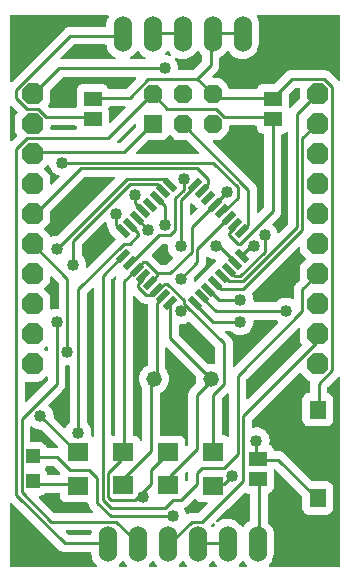
<source format=gbr>
%TF.GenerationSoftware,KiCad,Pcbnew,(6.0.0-0)*%
%TF.CreationDate,2022-04-25T15:44:20-04:00*%
%TF.ProjectId,FabduinoNanoOption,46616264-7569-46e6-9f4e-616e6f4f7074,rev?*%
%TF.SameCoordinates,Original*%
%TF.FileFunction,Copper,L1,Top*%
%TF.FilePolarity,Positive*%
%FSLAX46Y46*%
G04 Gerber Fmt 4.6, Leading zero omitted, Abs format (unit mm)*
G04 Created by KiCad (PCBNEW (6.0.0-0)) date 2022-04-25 15:44:20*
%MOMM*%
%LPD*%
G01*
G04 APERTURE LIST*
G04 Aperture macros list*
%AMRotRect*
0 Rectangle, with rotation*
0 The origin of the aperture is its center*
0 $1 length*
0 $2 width*
0 $3 Rotation angle, in degrees counterclockwise*
0 Add horizontal line*
21,1,$1,$2,0,0,$3*%
%AMOutline5P*
0 Free polygon, 5 corners , with rotation*
0 The origin of the aperture is its center*
0 number of corners: always 5*
0 $1 to $10 corner X, Y*
0 $11 Rotation angle, in degrees counterclockwise*
0 create outline with 5 corners*
4,1,5,$1,$2,$3,$4,$5,$6,$7,$8,$9,$10,$1,$2,$11*%
%AMOutline6P*
0 Free polygon, 6 corners , with rotation*
0 The origin of the aperture is its center*
0 number of corners: always 6*
0 $1 to $12 corner X, Y*
0 $13 Rotation angle, in degrees counterclockwise*
0 create outline with 6 corners*
4,1,6,$1,$2,$3,$4,$5,$6,$7,$8,$9,$10,$11,$12,$1,$2,$13*%
%AMOutline7P*
0 Free polygon, 7 corners , with rotation*
0 The origin of the aperture is its center*
0 number of corners: always 7*
0 $1 to $14 corner X, Y*
0 $15 Rotation angle, in degrees counterclockwise*
0 create outline with 7 corners*
4,1,7,$1,$2,$3,$4,$5,$6,$7,$8,$9,$10,$11,$12,$13,$14,$1,$2,$15*%
%AMOutline8P*
0 Free polygon, 8 corners , with rotation*
0 The origin of the aperture is its center*
0 number of corners: always 8*
0 $1 to $16 corner X, Y*
0 $17 Rotation angle, in degrees counterclockwise*
0 create outline with 8 corners*
4,1,8,$1,$2,$3,$4,$5,$6,$7,$8,$9,$10,$11,$12,$13,$14,$15,$16,$1,$2,$17*%
G04 Aperture macros list end*
%TA.AperFunction,SMDPad,CuDef*%
%ADD10RotRect,1.270000X0.558800X45.000000*%
%TD*%
%TA.AperFunction,SMDPad,CuDef*%
%ADD11RotRect,0.558800X1.270000X45.000000*%
%TD*%
%TA.AperFunction,SMDPad,CuDef*%
%ADD12R,1.500000X1.300000*%
%TD*%
%TA.AperFunction,ComponentPad*%
%ADD13R,1.524000X1.524000*%
%TD*%
%TA.AperFunction,ComponentPad*%
%ADD14Outline8P,-0.762000X0.381000X-0.381000X0.762000X0.381000X0.762000X0.762000X0.381000X0.762000X-0.381000X0.381000X-0.762000X-0.381000X-0.762000X-0.762000X-0.381000X0.000000*%
%TD*%
%TA.AperFunction,ComponentPad*%
%ADD15O,1.524000X3.048000*%
%TD*%
%TA.AperFunction,SMDPad,CuDef*%
%ADD16R,1.800000X1.600000*%
%TD*%
%TA.AperFunction,ComponentPad*%
%ADD17Outline8P,-0.889000X0.444500X-0.444500X0.889000X0.444500X0.889000X0.889000X0.444500X0.889000X-0.444500X0.444500X-0.889000X-0.444500X-0.889000X-0.889000X-0.444500X180.000000*%
%TD*%
%TA.AperFunction,ComponentPad*%
%ADD18Outline8P,-0.889000X0.444500X-0.444500X0.889000X0.444500X0.889000X0.889000X0.444500X0.889000X-0.444500X0.444500X-0.889000X-0.444500X-0.889000X-0.889000X-0.444500X0.000000*%
%TD*%
%TA.AperFunction,SMDPad,CuDef*%
%ADD19R,1.803000X1.600000*%
%TD*%
%TA.AperFunction,SMDPad,CuDef*%
%ADD20R,1.200000X1.200000*%
%TD*%
%TA.AperFunction,ComponentPad*%
%ADD21C,1.320800*%
%TD*%
%TA.AperFunction,SMDPad,CuDef*%
%ADD22R,1.400000X1.600000*%
%TD*%
%TA.AperFunction,ViaPad*%
%ADD23C,1.016000*%
%TD*%
%TA.AperFunction,Conductor*%
%ADD24C,0.254000*%
%TD*%
G04 APERTURE END LIST*
D10*
%TO.P,U1,1*%
%TO.N,D3*%
X144130874Y-102084028D03*
%TO.P,U1,2*%
%TO.N,D4*%
X144696560Y-102649713D03*
%TO.P,U1,3*%
%TO.N,GND*%
X145262245Y-103215398D03*
%TO.P,U1,4*%
%TO.N,VCC*%
X145827931Y-103781084D03*
%TO.P,U1,5*%
%TO.N,GND*%
X146393616Y-104346769D03*
%TO.P,U1,6*%
%TO.N,VCC*%
X146959302Y-104912455D03*
%TO.P,U1,7*%
%TO.N,N$43*%
X147524987Y-105478140D03*
%TO.P,U1,8*%
%TO.N,N$44*%
X148090672Y-106043826D03*
D11*
%TO.P,U1,9*%
%TO.N,D5*%
X150201528Y-106043826D03*
%TO.P,U1,10*%
%TO.N,D6*%
X150767213Y-105478140D03*
%TO.P,U1,11*%
%TO.N,D7*%
X151332898Y-104912455D03*
%TO.P,U1,12*%
%TO.N,D8*%
X151898584Y-104346769D03*
%TO.P,U1,13*%
%TO.N,D9*%
X152464269Y-103781084D03*
%TO.P,U1,14*%
%TO.N,D10*%
X153029955Y-103215398D03*
%TO.P,U1,15*%
%TO.N,D11*%
X153595640Y-102649713D03*
%TO.P,U1,16*%
%TO.N,D12*%
X154161326Y-102084028D03*
D10*
%TO.P,U1,17*%
%TO.N,D13*%
X154161326Y-99973172D03*
%TO.P,U1,18*%
%TO.N,VCC*%
X153595640Y-99407487D03*
%TO.P,U1,19*%
%TO.N,A5*%
X153029955Y-98841802D03*
%TO.P,U1,20*%
%TO.N,AREF*%
X152464269Y-98276116D03*
%TO.P,U1,21*%
%TO.N,GND*%
X151898584Y-97710431D03*
%TO.P,U1,22*%
%TO.N,A7*%
X151332898Y-97144745D03*
%TO.P,U1,23*%
%TO.N,A0*%
X150767213Y-96579060D03*
%TO.P,U1,24*%
%TO.N,A1*%
X150201528Y-96013374D03*
D11*
%TO.P,U1,25*%
%TO.N,A2*%
X148090672Y-96013374D03*
%TO.P,U1,26*%
%TO.N,A3*%
X147524987Y-96579060D03*
%TO.P,U1,27*%
%TO.N,A4*%
X146959302Y-97144745D03*
%TO.P,U1,28*%
%TO.N,A6*%
X146393616Y-97710431D03*
%TO.P,U1,29*%
%TO.N,RST*%
X145827931Y-98276116D03*
%TO.P,U1,30*%
%TO.N,D0*%
X145262245Y-98841802D03*
%TO.P,U1,31*%
%TO.N,D1*%
X144696560Y-99407487D03*
%TO.P,U1,32*%
%TO.N,D2*%
X144130874Y-99973172D03*
%TD*%
D12*
%TO.P,C3,1*%
%TO.N,VCC*%
X156766100Y-90448600D03*
%TO.P,C3,2*%
%TO.N,GND*%
X156766100Y-88748600D03*
%TD*%
D13*
%TO.P,JP1,1*%
%TO.N,D12*%
X146606100Y-90868600D03*
D14*
%TO.P,JP1,2*%
%TO.N,VCC*%
X146606100Y-88328600D03*
%TO.P,JP1,3*%
%TO.N,D13*%
X149146100Y-90868600D03*
%TO.P,JP1,4*%
%TO.N,D11*%
X149146100Y-88328600D03*
%TO.P,JP1,5*%
%TO.N,RST*%
X151686100Y-90868600D03*
%TO.P,JP1,6*%
%TO.N,GND*%
X151686100Y-88328600D03*
%TD*%
D12*
%TO.P,C4,1*%
%TO.N,N$6*%
X155496100Y-120928600D03*
%TO.P,C4,2*%
%TO.N,RST*%
X155496100Y-119228600D03*
%TD*%
D15*
%TO.P,CN1,1*%
%TO.N,VCC*%
X142796100Y-126428600D03*
%TO.P,CN1,2*%
%TO.N,D0*%
X145336100Y-126428600D03*
%TO.P,CN1,3*%
%TO.N,D1*%
X147876100Y-126428600D03*
%TO.P,CN1,4*%
%TO.N,GND*%
X150416100Y-126428600D03*
%TO.P,CN1,5*%
X152956100Y-126428600D03*
%TO.P,CN1,6*%
%TO.N,N$6*%
X155496100Y-126428600D03*
%TD*%
D16*
%TO.P,C2,1*%
%TO.N,N$43*%
X144066100Y-121478600D03*
%TO.P,C2,2*%
%TO.N,GND*%
X144066100Y-118678600D03*
%TD*%
D15*
%TO.P,CN2,1*%
%TO.N,AREF*%
X144066100Y-83248600D03*
%TO.P,CN2,2*%
%TO.N,VCC*%
X146606100Y-83248600D03*
%TO.P,CN2,3*%
X149146100Y-83248600D03*
%TO.P,CN2,4*%
%TO.N,GND*%
X151686100Y-83248600D03*
%TO.P,CN2,5*%
X154226100Y-83248600D03*
%TD*%
D16*
%TO.P,C1,1*%
%TO.N,N$44*%
X147876100Y-121478600D03*
%TO.P,C1,2*%
%TO.N,GND*%
X147876100Y-118678600D03*
%TD*%
D17*
%TO.P,U$1,1*%
%TO.N,D0*%
X160576100Y-111188600D03*
%TO.P,U$1,2*%
%TO.N,D1*%
X160576100Y-108648600D03*
%TO.P,U$1,3*%
%TO.N,D2*%
X160576100Y-106108600D03*
%TO.P,U$1,4*%
%TO.N,D3*%
X160576100Y-103568600D03*
%TO.P,U$1,5*%
%TO.N,D4*%
X160576100Y-101028600D03*
%TO.P,U$1,6*%
%TO.N,D5*%
X160576100Y-98488600D03*
%TO.P,U$1,7*%
%TO.N,D6*%
X160576100Y-95948600D03*
%TO.P,U$1,8*%
%TO.N,D7*%
X160576100Y-93408600D03*
%TO.P,U$1,9*%
%TO.N,D8*%
X160576100Y-90868600D03*
%TO.P,U$1,10*%
%TO.N,D9*%
X160576100Y-88328600D03*
%TD*%
D18*
%TO.P,U$2,1*%
%TO.N,D10*%
X136446100Y-88328600D03*
%TO.P,U$2,2*%
%TO.N,D11*%
X136446100Y-90868600D03*
%TO.P,U$2,3*%
%TO.N,D12*%
X136446100Y-93408600D03*
%TO.P,U$2,4*%
%TO.N,D13*%
X136446100Y-95948600D03*
%TO.P,U$2,5*%
%TO.N,A0*%
X136446100Y-98488600D03*
%TO.P,U$2,6*%
%TO.N,A1*%
X136446100Y-101028600D03*
%TO.P,U$2,7*%
%TO.N,A2*%
X136446100Y-103568600D03*
%TO.P,U$2,8*%
%TO.N,A3*%
X136446100Y-106108600D03*
%TO.P,U$2,9*%
%TO.N,A4*%
X136446100Y-108648600D03*
%TO.P,U$2,10*%
%TO.N,A5*%
X136446100Y-111188600D03*
%TD*%
D19*
%TO.P,R1,1*%
%TO.N,RST*%
X151686100Y-121500600D03*
%TO.P,R1,2*%
%TO.N,VCC*%
X151686100Y-118656600D03*
%TD*%
D12*
%TO.P,C5,1*%
%TO.N,AREF*%
X141526100Y-90448600D03*
%TO.P,C5,2*%
%TO.N,GND*%
X141526100Y-88748600D03*
%TD*%
D19*
%TO.P,R2,1*%
%TO.N,N$50*%
X140256100Y-121500600D03*
%TO.P,R2,2*%
%TO.N,D13*%
X140256100Y-118656600D03*
%TD*%
D20*
%TO.P,LED1,A*%
%TO.N,N$50*%
X136446100Y-121128600D03*
%TO.P,LED1,C*%
%TO.N,GND*%
X136446100Y-119028600D03*
%TD*%
D21*
%TO.P,Q1,1*%
%TO.N,N$44*%
X151559100Y-112458600D03*
%TO.P,Q1,2*%
%TO.N,N$43*%
X146733100Y-112458600D03*
%TD*%
D22*
%TO.P,SW1,1*%
%TO.N,GND*%
X160576100Y-115058600D03*
%TO.P,SW1,2*%
%TO.N,RST*%
X160576100Y-122558600D03*
%TD*%
D23*
%TO.N,A1*%
X139392500Y-110147200D03*
X148993700Y-101231800D03*
%TO.N,A2*%
X138478100Y-101460400D03*
%TO.N,A3*%
X139849700Y-102832000D03*
%TO.N,A4*%
X147622100Y-99403000D03*
%TO.N,A5*%
X148993700Y-103975000D03*
%TO.N,D0*%
X138478100Y-107632600D03*
X146250500Y-99860200D03*
%TO.N,D1*%
X140306900Y-117005200D03*
%TO.N,D2*%
X143507300Y-98488600D03*
%TO.N,D4*%
X149222300Y-95516800D03*
%TO.N,D5*%
X154022900Y-107632600D03*
%TO.N,D6*%
X157909100Y-106718200D03*
%TO.N,D7*%
X154022900Y-105803800D03*
%TO.N,D10*%
X147622100Y-86144200D03*
X156080300Y-100317400D03*
%TO.N,D11*%
X151965500Y-101231800D03*
%TO.N,D12*%
X155165900Y-101231800D03*
%TO.N,D13*%
X137106500Y-115633600D03*
%TO.N,GND*%
X148307900Y-124091800D03*
X145793300Y-122491600D03*
X152879900Y-96659800D03*
%TO.N,VCC*%
X148993700Y-106718200D03*
%TO.N,RST*%
X153337100Y-120662800D03*
X155394500Y-117691000D03*
X145107500Y-96888400D03*
%TO.N,AREF*%
X138935300Y-94145200D03*
%TD*%
D24*
%TO.N,A0*%
X150365300Y-94602400D02*
X151279700Y-95516800D01*
X140535500Y-94602400D02*
X150365300Y-94602400D01*
X151279700Y-95516800D02*
X151279700Y-95974000D01*
X136649300Y-98488600D02*
X136446100Y-98488600D01*
X151279700Y-95974000D02*
X150822500Y-96431200D01*
X136649300Y-98488600D02*
X140535500Y-94602400D01*
X150822500Y-96431200D02*
X150767212Y-96579063D01*
%TO.N,A1*%
X136446100Y-101028600D02*
X139392500Y-103975000D01*
X148993700Y-97345600D02*
X150136700Y-96202600D01*
X148993700Y-101231800D02*
X148993700Y-97345600D01*
X150136700Y-96202600D02*
X150201525Y-96013375D01*
X139392500Y-103975000D02*
X139392500Y-110147200D01*
%TO.N,A2*%
X147622100Y-95516800D02*
X148079300Y-95974000D01*
X138478100Y-101460400D02*
X144421700Y-95516800D01*
X144421700Y-95516800D02*
X147622100Y-95516800D01*
X148079300Y-95974000D02*
X148090671Y-96013375D01*
%TO.N,A3*%
X147393500Y-96431200D02*
X147524984Y-96579063D01*
X146936300Y-95974000D02*
X147393500Y-96431200D01*
X139849700Y-102832000D02*
X139849700Y-100774600D01*
X144650300Y-95974000D02*
X146936300Y-95974000D01*
X139849700Y-100774600D02*
X144650300Y-95974000D01*
%TO.N,A4*%
X147622100Y-99403000D02*
X147622100Y-97802800D01*
X147622100Y-97802800D02*
X147164900Y-97345600D01*
X147164900Y-97345600D02*
X146959300Y-97144747D01*
%TO.N,A5*%
X152879900Y-98945800D02*
X153029953Y-98841804D01*
X148993700Y-103975000D02*
X150365300Y-102603400D01*
X150365300Y-102603400D02*
X150365300Y-101460400D01*
X150365300Y-101460400D02*
X152879900Y-98945800D01*
%TO.N,D0*%
X146250500Y-99860200D02*
X145336100Y-98945800D01*
X145336100Y-98945800D02*
X145262243Y-98841804D01*
X145336100Y-126377800D02*
X143507300Y-124549000D01*
X138020900Y-124549000D02*
X135506300Y-122034400D01*
X145336100Y-126377800D02*
X145336100Y-126428600D01*
X138478100Y-112890400D02*
X138478100Y-107632600D01*
X135506300Y-122034400D02*
X135506300Y-115862200D01*
X143507300Y-124549000D02*
X138020900Y-124549000D01*
X135506300Y-115862200D02*
X138478100Y-112890400D01*
%TO.N,D1*%
X144650300Y-101003200D02*
X145336100Y-100317400D01*
X145336100Y-100088800D02*
X144878900Y-99631600D01*
X148079300Y-126377800D02*
X149908100Y-124549000D01*
X149908100Y-124549000D02*
X150822500Y-124549000D01*
X140306900Y-104889400D02*
X144193100Y-101003200D01*
X145336100Y-100317400D02*
X145336100Y-100088800D01*
X140306900Y-117005200D02*
X140306900Y-104889400D01*
X144193100Y-101003200D02*
X144650300Y-101003200D01*
X154251500Y-115633600D02*
X160423700Y-109461400D01*
X144878900Y-99631600D02*
X144696559Y-99407488D01*
X148079300Y-126377800D02*
X147876100Y-126428600D01*
X154251500Y-121120000D02*
X154251500Y-115633600D01*
X150822500Y-124549000D02*
X154251500Y-121120000D01*
X160423700Y-108775600D02*
X160576100Y-108648600D01*
X160423700Y-109461400D02*
X160423700Y-108775600D01*
%TO.N,D2*%
X143964500Y-99860200D02*
X144130871Y-99973175D01*
X143507300Y-98488600D02*
X143507300Y-99403000D01*
X143507300Y-99403000D02*
X143964500Y-99860200D01*
%TO.N,D3*%
X159280700Y-104889400D02*
X159280700Y-106718200D01*
X160423700Y-103746400D02*
X159280700Y-104889400D01*
X159280700Y-106718200D02*
X153794300Y-112204600D01*
X160423700Y-103746400D02*
X160576100Y-103568600D01*
X147622100Y-123406000D02*
X143050100Y-123406000D01*
X150365300Y-120434200D02*
X150365300Y-121348600D01*
X152651300Y-119977000D02*
X150822500Y-119977000D01*
X153794300Y-112204600D02*
X153794300Y-118834000D01*
X142364300Y-103746400D02*
X143964500Y-102146200D01*
X150365300Y-121348600D02*
X148993700Y-122720200D01*
X148993700Y-122720200D02*
X148307900Y-122720200D01*
X148307900Y-122720200D02*
X147622100Y-123406000D01*
X143050100Y-123406000D02*
X142364300Y-122720200D01*
X150822500Y-119977000D02*
X150365300Y-120434200D01*
X153794300Y-118834000D02*
X152651300Y-119977000D01*
X142364300Y-122720200D02*
X142364300Y-103746400D01*
X143964500Y-102146200D02*
X144130871Y-102084029D01*
%TO.N,D4*%
X149222300Y-96431200D02*
X148536500Y-97117000D01*
X148079300Y-100317400D02*
X147164900Y-100317400D01*
X148536500Y-97117000D02*
X148536500Y-99860200D01*
X144878900Y-102603400D02*
X144696559Y-102649716D01*
X147164900Y-100317400D02*
X144878900Y-102603400D01*
X148536500Y-99860200D02*
X148079300Y-100317400D01*
X149222300Y-95516800D02*
X149222300Y-96431200D01*
%TO.N,D5*%
X151736900Y-107632600D02*
X150365300Y-106261000D01*
X154022900Y-107632600D02*
X151736900Y-107632600D01*
X150365300Y-106261000D02*
X150201525Y-106043829D01*
%TO.N,D6*%
X150822500Y-105575200D02*
X150767212Y-105478141D01*
X151965500Y-106718200D02*
X150822500Y-105575200D01*
X157909100Y-106718200D02*
X151965500Y-106718200D01*
%TO.N,D7*%
X152194100Y-105803800D02*
X151508300Y-105118000D01*
X154022900Y-105803800D02*
X152194100Y-105803800D01*
X151508300Y-105118000D02*
X151332896Y-104912457D01*
%TO.N,D8*%
X159280700Y-99860200D02*
X154251500Y-104889400D01*
X160423700Y-90944800D02*
X160576100Y-90868600D01*
X159280700Y-92087800D02*
X159280700Y-99860200D01*
X152422700Y-104889400D02*
X151965500Y-104432200D01*
X160423700Y-90944800D02*
X159280700Y-92087800D01*
X154251500Y-104889400D02*
X152422700Y-104889400D01*
X151965500Y-104432200D02*
X151898581Y-104346772D01*
%TO.N,D9*%
X158823500Y-99631600D02*
X154251500Y-104203600D01*
X152879900Y-103975000D02*
X152651300Y-103975000D01*
X154251500Y-104203600D02*
X153108500Y-104203600D01*
X152651300Y-103975000D02*
X152464268Y-103781085D01*
X160423700Y-88430200D02*
X158823500Y-90030400D01*
X153108500Y-104203600D02*
X152879900Y-103975000D01*
X158823500Y-90030400D02*
X158823500Y-99631600D01*
X160423700Y-88430200D02*
X160576100Y-88328600D01*
%TO.N,D10*%
X153565700Y-103746400D02*
X153108500Y-103289200D01*
X156080300Y-101689000D02*
X154022900Y-103746400D01*
X136649300Y-88201600D02*
X138706700Y-86144200D01*
X138706700Y-86144200D02*
X147622100Y-86144200D01*
X136649300Y-88201600D02*
X136446100Y-88328600D01*
X154022900Y-103746400D02*
X153565700Y-103746400D01*
X156080300Y-100317400D02*
X156080300Y-101689000D01*
X153108500Y-103289200D02*
X153029953Y-103215400D01*
%TO.N,D11*%
X151965500Y-101231800D02*
X152194100Y-101231800D01*
X152194100Y-101231800D02*
X153565700Y-102603400D01*
X153565700Y-102603400D02*
X153595637Y-102649716D01*
%TO.N,D12*%
X144193100Y-93230800D02*
X136649300Y-93230800D01*
X155165900Y-101231800D02*
X154937300Y-101231800D01*
X154937300Y-101231800D02*
X154251500Y-101917600D01*
X154251500Y-101917600D02*
X154161325Y-102084029D01*
X136649300Y-93230800D02*
X136446100Y-93408600D01*
X146479100Y-90944800D02*
X144193100Y-93230800D01*
X146479100Y-90944800D02*
X146606100Y-90868600D01*
%TO.N,D13*%
X137106500Y-115633600D02*
X140078300Y-118605400D01*
X149146100Y-90868600D02*
X154708700Y-96431200D01*
X154251500Y-99860200D02*
X154161325Y-99973175D01*
X140078300Y-118605400D02*
X140256100Y-118656600D01*
X154708700Y-96431200D02*
X154708700Y-99403000D01*
X154708700Y-99403000D02*
X154251500Y-99860200D01*
%TO.N,N$43*%
X144193100Y-120891400D02*
X144193100Y-121348600D01*
X146707700Y-112661800D02*
X146733100Y-112458600D01*
X146707700Y-112661800D02*
X146479100Y-112890400D01*
X146936300Y-106032400D02*
X147393500Y-105575200D01*
X146479100Y-112890400D02*
X146479100Y-118605400D01*
X146479100Y-118605400D02*
X144193100Y-120891400D01*
X147393500Y-105575200D02*
X147524984Y-105478141D01*
X146936300Y-112433200D02*
X146733100Y-112458600D01*
X144193100Y-121348600D02*
X144066100Y-121478600D01*
X146936300Y-112433200D02*
X146936300Y-106032400D01*
%TO.N,N$44*%
X151508300Y-112433200D02*
X151559100Y-112458600D01*
X148079300Y-109004200D02*
X148079300Y-106261000D01*
X148079300Y-120662800D02*
X148079300Y-121348600D01*
X151508300Y-112433200D02*
X148079300Y-109004200D01*
X151508300Y-112661800D02*
X150365300Y-113804800D01*
X151508300Y-112661800D02*
X151559100Y-112458600D01*
X148079300Y-121348600D02*
X147876100Y-121478600D01*
X150365300Y-118376800D02*
X148079300Y-120662800D01*
X148079300Y-106261000D02*
X148090671Y-106043829D01*
X150365300Y-113804800D02*
X150365300Y-118376800D01*
%TO.N,GND*%
X142821500Y-122491600D02*
X142821500Y-120434200D01*
X160652300Y-114947800D02*
X160576100Y-115058600D01*
X146479100Y-104203600D02*
X146936300Y-103746400D01*
X141221300Y-120205600D02*
X139621100Y-120205600D01*
X152879900Y-96659800D02*
X151965500Y-97574200D01*
X141678500Y-88658800D02*
X141526100Y-88748600D01*
X144193100Y-118605400D02*
X144066100Y-118678600D01*
X151965500Y-97574200D02*
X151898581Y-97710432D01*
X151508300Y-83401000D02*
X151686100Y-83248600D01*
X154022900Y-83172400D02*
X154226100Y-83248600D01*
X145107500Y-103289200D02*
X144193100Y-104203600D01*
X151736900Y-83172400D02*
X151686100Y-83248600D01*
X151736900Y-88430200D02*
X151686100Y-88328600D01*
X146021900Y-102603400D02*
X145793300Y-102603400D01*
X141907100Y-120891400D02*
X141221300Y-120205600D01*
X145107500Y-122720200D02*
X143050100Y-122720200D01*
X144650300Y-88658800D02*
X141678500Y-88658800D01*
X143964500Y-119291200D02*
X143964500Y-118834000D01*
X150365300Y-87058600D02*
X151508300Y-85915600D01*
X151965500Y-88658800D02*
X156766100Y-88658800D01*
X139621100Y-120205600D02*
X138478100Y-119062600D01*
X141907100Y-122948800D02*
X141907100Y-120891400D01*
X144193100Y-104203600D02*
X144193100Y-118605400D01*
X147850700Y-118834000D02*
X146479100Y-120205600D01*
X138478100Y-119062600D02*
X136649300Y-119062600D01*
X151508300Y-88201600D02*
X151686100Y-88328600D01*
X145793300Y-102603400D02*
X145336100Y-103060600D01*
X149908100Y-101689000D02*
X149908100Y-99631600D01*
X160652300Y-112890400D02*
X160652300Y-114947800D01*
X145564700Y-122263000D02*
X145107500Y-122720200D01*
X161795300Y-87744400D02*
X161795300Y-111747400D01*
X146479100Y-120205600D02*
X146479100Y-121348600D01*
X145564700Y-122263000D02*
X145793300Y-122491600D01*
X150593900Y-126377800D02*
X150416100Y-126428600D01*
X148307900Y-124091800D02*
X143050100Y-124091800D01*
X146250500Y-87058600D02*
X144650300Y-88658800D01*
X142821500Y-120434200D02*
X143964500Y-119291200D01*
X146479100Y-104203600D02*
X146393615Y-104346772D01*
X145107500Y-103289200D02*
X145262243Y-103215400D01*
X143050100Y-124091800D02*
X141907100Y-122948800D01*
X146936300Y-103517800D02*
X146021900Y-102603400D01*
X151736900Y-97802800D02*
X151898581Y-97710432D01*
X146936300Y-103746400D02*
X146936300Y-103517800D01*
X161795300Y-111747400D02*
X160652300Y-112890400D01*
X149908100Y-99631600D02*
X151736900Y-97802800D01*
X147850700Y-118834000D02*
X147876100Y-118678600D01*
X156766100Y-88658800D02*
X158366300Y-87058600D01*
X151508300Y-85915600D02*
X151508300Y-83401000D01*
X156766100Y-88658800D02*
X156766100Y-88748600D01*
X150593900Y-126377800D02*
X152879900Y-126377800D01*
X152879900Y-126377800D02*
X152956100Y-126428600D01*
X161109500Y-87058600D02*
X161795300Y-87744400D01*
X143050100Y-122720200D02*
X142821500Y-122491600D01*
X145336100Y-103060600D02*
X145262243Y-103215400D01*
X148079300Y-103517800D02*
X149908100Y-101689000D01*
X151736900Y-88430200D02*
X151965500Y-88658800D01*
X143964500Y-118834000D02*
X144066100Y-118678600D01*
X154022900Y-83172400D02*
X151736900Y-83172400D01*
X146479100Y-121348600D02*
X145564700Y-122263000D01*
X136649300Y-119062600D02*
X136446100Y-119028600D01*
X150365300Y-87058600D02*
X146250500Y-87058600D01*
X151508300Y-88201600D02*
X150365300Y-87058600D01*
X158366300Y-87058600D02*
X161109500Y-87058600D01*
X146936300Y-103517800D02*
X148079300Y-103517800D01*
%TO.N,VCC*%
X147622100Y-104432200D02*
X147850700Y-104432200D01*
X153565700Y-99631600D02*
X153595637Y-99407488D01*
X147850700Y-104432200D02*
X149222300Y-105803800D01*
X146479100Y-88430200D02*
X146606100Y-88328600D01*
X142592900Y-126377800D02*
X142796100Y-126428600D01*
X146479100Y-105346600D02*
X146707700Y-105118000D01*
X153794300Y-101003200D02*
X153108500Y-100317400D01*
X151736900Y-118605400D02*
X151686100Y-118656600D01*
X152651300Y-112890400D02*
X151736900Y-113804800D01*
X149222300Y-106032400D02*
X149450900Y-106261000D01*
X151965500Y-89573200D02*
X152651300Y-90259000D01*
X146479100Y-88430200D02*
X142821500Y-92087800D01*
X156766100Y-90259000D02*
X156766100Y-90448600D01*
X139163900Y-126377800D02*
X142592900Y-126377800D01*
X135049100Y-122263000D02*
X139163900Y-126377800D01*
X156766100Y-98260000D02*
X154022900Y-101003200D01*
X152651300Y-90259000D02*
X156766100Y-90259000D01*
X148993700Y-83172400D02*
X146707700Y-83172400D01*
X149450900Y-106261000D02*
X152651300Y-109461400D01*
X146936300Y-105118000D02*
X146959300Y-104912457D01*
X145336100Y-104432200D02*
X145336100Y-104660800D01*
X142821500Y-92087800D02*
X135963500Y-92087800D01*
X135963500Y-92087800D02*
X135049100Y-93002200D01*
X146707700Y-83172400D02*
X146606100Y-83248600D01*
X146707700Y-105118000D02*
X146936300Y-105118000D01*
X145793300Y-103975000D02*
X145827928Y-103781085D01*
X153108500Y-100317400D02*
X153108500Y-100088800D01*
X152651300Y-109461400D02*
X152651300Y-112890400D01*
X147850700Y-89573200D02*
X151965500Y-89573200D01*
X147164900Y-104889400D02*
X146959300Y-104912457D01*
X153108500Y-100088800D02*
X153565700Y-99631600D01*
X145336100Y-104660800D02*
X146021900Y-105346600D01*
X135049100Y-93002200D02*
X135049100Y-122263000D01*
X147164900Y-104889400D02*
X147622100Y-104432200D01*
X145793300Y-103975000D02*
X145336100Y-104432200D01*
X149222300Y-105803800D02*
X149222300Y-106032400D01*
X148993700Y-106718200D02*
X149450900Y-106261000D01*
X148993700Y-83172400D02*
X149146100Y-83248600D01*
X156766100Y-90448600D02*
X156766100Y-98260000D01*
X154022900Y-101003200D02*
X153794300Y-101003200D01*
X151736900Y-113804800D02*
X151736900Y-118605400D01*
X146606100Y-88328600D02*
X147850700Y-89573200D01*
X146021900Y-105346600D02*
X146479100Y-105346600D01*
%TO.N,RST*%
X145793300Y-98260000D02*
X145827928Y-98276119D01*
X155623100Y-119291200D02*
X155496100Y-119228600D01*
X152651300Y-121348600D02*
X151736900Y-121348600D01*
X145107500Y-96888400D02*
X145107500Y-97574200D01*
X155394500Y-117691000D02*
X155394500Y-119062600D01*
X155394500Y-119062600D02*
X155496100Y-119228600D01*
X151736900Y-121348600D02*
X151686100Y-121500600D01*
X160423700Y-122491600D02*
X157223300Y-119291200D01*
X160423700Y-122491600D02*
X160576100Y-122558600D01*
X145107500Y-97574200D02*
X145793300Y-98260000D01*
X153337100Y-120662800D02*
X152651300Y-121348600D01*
X157223300Y-119291200D02*
X155623100Y-119291200D01*
%TO.N,AREF*%
X141449900Y-90259000D02*
X141526100Y-90448600D01*
X138935300Y-94145200D02*
X151736900Y-94145200D01*
X143964500Y-83401000D02*
X144066100Y-83248600D01*
X136877900Y-89573200D02*
X137563700Y-90259000D01*
X135963500Y-89573200D02*
X136877900Y-89573200D01*
X153794300Y-96202600D02*
X153794300Y-97117000D01*
X151736900Y-94145200D02*
X153794300Y-96202600D01*
X143964500Y-83401000D02*
X139621100Y-83401000D01*
X139621100Y-83401000D02*
X135049100Y-87973000D01*
X153794300Y-97117000D02*
X152651300Y-98260000D01*
X135049100Y-88658800D02*
X135963500Y-89573200D01*
X137563700Y-90259000D02*
X141449900Y-90259000D01*
X152651300Y-98260000D02*
X152464268Y-98276119D01*
X135049100Y-87973000D02*
X135049100Y-88658800D01*
%TO.N,N$50*%
X136649300Y-121348600D02*
X136446100Y-121128600D01*
X140078300Y-121348600D02*
X140256100Y-121500600D01*
X140078300Y-121348600D02*
X136649300Y-121348600D01*
%TO.N,N$6*%
X155623100Y-126377800D02*
X155623100Y-121120000D01*
X155623100Y-121120000D02*
X155496100Y-120928600D01*
X155623100Y-126377800D02*
X155496100Y-126428600D01*
%TD*%
%TA.AperFunction,NonConductor*%
G36*
X147948987Y-84691343D02*
G01*
X147958089Y-84702931D01*
X148072904Y-84873472D01*
X148134365Y-84937900D01*
X148161278Y-84993944D01*
X148150108Y-85055107D01*
X148105120Y-85098023D01*
X148043500Y-85106300D01*
X148024295Y-85100775D01*
X147945304Y-85069261D01*
X147941018Y-85067551D01*
X147739474Y-85027461D01*
X147739885Y-85025395D01*
X147690535Y-85003429D01*
X147659443Y-84949587D01*
X147665937Y-84887753D01*
X147680050Y-84864876D01*
X147738271Y-84793870D01*
X147740972Y-84790576D01*
X147743076Y-84786880D01*
X147743080Y-84786874D01*
X147787211Y-84709346D01*
X147833161Y-84667462D01*
X147894954Y-84660585D01*
X147948987Y-84691343D01*
G37*
%TD.AperFunction*%
%TA.AperFunction,NonConductor*%
G36*
X145408987Y-84691343D02*
G01*
X145418089Y-84702931D01*
X145532904Y-84873472D01*
X145625597Y-84970639D01*
X145679803Y-85027461D01*
X145693632Y-85041958D01*
X145697050Y-85044501D01*
X145697051Y-85044502D01*
X145726821Y-85066651D01*
X145880450Y-85180954D01*
X145884246Y-85182884D01*
X145951003Y-85216825D01*
X145995005Y-85260750D01*
X146004785Y-85322151D01*
X145976607Y-85377573D01*
X145921234Y-85405848D01*
X145905410Y-85407100D01*
X144769394Y-85407100D01*
X144710263Y-85387887D01*
X144673718Y-85337587D01*
X144673718Y-85275413D01*
X144710263Y-85225113D01*
X144717205Y-85220496D01*
X144873816Y-85125462D01*
X144873819Y-85125460D01*
X144877459Y-85123251D01*
X144896994Y-85106300D01*
X145050115Y-84973429D01*
X145050116Y-84973428D01*
X145053330Y-84970639D01*
X145200972Y-84790576D01*
X145203076Y-84786880D01*
X145203080Y-84786874D01*
X145247211Y-84709346D01*
X145293161Y-84667462D01*
X145354954Y-84660585D01*
X145408987Y-84691343D01*
G37*
%TD.AperFunction*%
%TA.AperFunction,NonConductor*%
G36*
X142666563Y-84157313D02*
G01*
X142703108Y-84207613D01*
X142707672Y-84230196D01*
X142708726Y-84242620D01*
X142767225Y-84468006D01*
X142862862Y-84680313D01*
X142992904Y-84873472D01*
X143085597Y-84970639D01*
X143139803Y-85027461D01*
X143153632Y-85041958D01*
X143157050Y-85044501D01*
X143157051Y-85044502D01*
X143186821Y-85066651D01*
X143340450Y-85180954D01*
X143344246Y-85182884D01*
X143411003Y-85216825D01*
X143455005Y-85260750D01*
X143464785Y-85322151D01*
X143436607Y-85377573D01*
X143381234Y-85405848D01*
X143365410Y-85407100D01*
X138900287Y-85407100D01*
X138841156Y-85387887D01*
X138804611Y-85337587D01*
X138804611Y-85275413D01*
X138829152Y-85235365D01*
X139896952Y-84167565D01*
X139952350Y-84139339D01*
X139968087Y-84138100D01*
X142607432Y-84138100D01*
X142666563Y-84157313D01*
G37*
%TD.AperFunction*%
%TA.AperFunction,NonConductor*%
G36*
X150488987Y-84691343D02*
G01*
X150498089Y-84702931D01*
X150612904Y-84873472D01*
X150615848Y-84876558D01*
X150743391Y-85010258D01*
X150770305Y-85066305D01*
X150771200Y-85079697D01*
X150771200Y-85568613D01*
X150751987Y-85627744D01*
X150741735Y-85639748D01*
X150089448Y-86292035D01*
X150034050Y-86320261D01*
X150018313Y-86321500D01*
X148842503Y-86321500D01*
X148783372Y-86302287D01*
X148746827Y-86251987D01*
X148743151Y-86208883D01*
X148742774Y-86208851D01*
X148742961Y-86206660D01*
X148742944Y-86206462D01*
X148743451Y-86202968D01*
X148744203Y-86174282D01*
X148744913Y-86147156D01*
X148744913Y-86147149D01*
X148744990Y-86144200D01*
X148732003Y-86002861D01*
X148726609Y-85944158D01*
X148726608Y-85944154D01*
X148726187Y-85939570D01*
X148670408Y-85741792D01*
X148668368Y-85737655D01*
X148581564Y-85561634D01*
X148581562Y-85561631D01*
X148579521Y-85557492D01*
X148481255Y-85425897D01*
X148461270Y-85367024D01*
X148479707Y-85307646D01*
X148529524Y-85270446D01*
X148591693Y-85269632D01*
X148607451Y-85276030D01*
X148628016Y-85286486D01*
X148850396Y-85355537D01*
X149081232Y-85386132D01*
X149222635Y-85380824D01*
X149309665Y-85377557D01*
X149309667Y-85377557D01*
X149313922Y-85377397D01*
X149440164Y-85350908D01*
X149537639Y-85330456D01*
X149537641Y-85330455D01*
X149541813Y-85329580D01*
X149545772Y-85328016D01*
X149545777Y-85328015D01*
X149754428Y-85245615D01*
X149754431Y-85245613D01*
X149758390Y-85244050D01*
X149923764Y-85143698D01*
X149953816Y-85125462D01*
X149953819Y-85125460D01*
X149957459Y-85123251D01*
X149976994Y-85106300D01*
X150130115Y-84973429D01*
X150130116Y-84973428D01*
X150133330Y-84970639D01*
X150280972Y-84790576D01*
X150283076Y-84786880D01*
X150283080Y-84786874D01*
X150327211Y-84709346D01*
X150373161Y-84667462D01*
X150434954Y-84660585D01*
X150488987Y-84691343D01*
G37*
%TD.AperFunction*%
%TA.AperFunction,NonConductor*%
G36*
X142850594Y-81667413D02*
G01*
X142887139Y-81717713D01*
X142887139Y-81779887D01*
X142878891Y-81798566D01*
X142816035Y-81908989D01*
X142736585Y-82127869D01*
X142695150Y-82357007D01*
X142694000Y-82381394D01*
X142694000Y-82563300D01*
X142674787Y-82622431D01*
X142624487Y-82658976D01*
X142593400Y-82663900D01*
X139684624Y-82663900D01*
X139669493Y-82662756D01*
X139652778Y-82660213D01*
X139647000Y-82659334D01*
X139604930Y-82662756D01*
X139594935Y-82663569D01*
X139586779Y-82663900D01*
X139578059Y-82663900D01*
X139564960Y-82665427D01*
X139550256Y-82667141D01*
X139546764Y-82667487D01*
X139481510Y-82672795D01*
X139481508Y-82672795D01*
X139475685Y-82673269D01*
X139470126Y-82675070D01*
X139464395Y-82676215D01*
X139464361Y-82676046D01*
X139461828Y-82676598D01*
X139461868Y-82676765D01*
X139456184Y-82678109D01*
X139450376Y-82678786D01*
X139393768Y-82699334D01*
X139383343Y-82703118D01*
X139380021Y-82704259D01*
X139312170Y-82726239D01*
X139307171Y-82729272D01*
X139301862Y-82731703D01*
X139301790Y-82731546D01*
X139299450Y-82732667D01*
X139299528Y-82732822D01*
X139294307Y-82735437D01*
X139288810Y-82737432D01*
X139283920Y-82740638D01*
X139229173Y-82776532D01*
X139226203Y-82778406D01*
X139165228Y-82815407D01*
X139161867Y-82818376D01*
X139161866Y-82818376D01*
X139157234Y-82822467D01*
X139154379Y-82824644D01*
X139154441Y-82824718D01*
X139149952Y-82828472D01*
X139145069Y-82831673D01*
X139093130Y-82886501D01*
X139091232Y-82888451D01*
X134687435Y-87292248D01*
X134632037Y-87320474D01*
X134570629Y-87310748D01*
X134526665Y-87266784D01*
X134515700Y-87221113D01*
X134515700Y-81748800D01*
X134534913Y-81689669D01*
X134585213Y-81653124D01*
X134616300Y-81648200D01*
X142791463Y-81648200D01*
X142850594Y-81667413D01*
G37*
%TD.AperFunction*%
%TA.AperFunction,NonConductor*%
G36*
X162445031Y-81667413D02*
G01*
X162481576Y-81717713D01*
X162486500Y-81748800D01*
X162486500Y-87149949D01*
X162467287Y-87209080D01*
X162416987Y-87245625D01*
X162354813Y-87245625D01*
X162316713Y-87222980D01*
X162309780Y-87216412D01*
X162307832Y-87214516D01*
X161675622Y-86582305D01*
X161665733Y-86570797D01*
X161655716Y-86557186D01*
X161652251Y-86552477D01*
X161612441Y-86518656D01*
X161606440Y-86513123D01*
X161600274Y-86506957D01*
X161578300Y-86489572D01*
X161575585Y-86487345D01*
X161562637Y-86476345D01*
X161521260Y-86441192D01*
X161516053Y-86438533D01*
X161511189Y-86435289D01*
X161511284Y-86435147D01*
X161509106Y-86433749D01*
X161509016Y-86433894D01*
X161504049Y-86430826D01*
X161499462Y-86427197D01*
X161434829Y-86396990D01*
X161431682Y-86395451D01*
X161373386Y-86365683D01*
X161373384Y-86365682D01*
X161368182Y-86363026D01*
X161362510Y-86361638D01*
X161357025Y-86359598D01*
X161357084Y-86359439D01*
X161354640Y-86358578D01*
X161354586Y-86358741D01*
X161349050Y-86356899D01*
X161343749Y-86354422D01*
X161273901Y-86339893D01*
X161270493Y-86339122D01*
X161234829Y-86330395D01*
X161205576Y-86323237D01*
X161205574Y-86323237D01*
X161201227Y-86322173D01*
X161194508Y-86321756D01*
X161190576Y-86321512D01*
X161187022Y-86321035D01*
X161187014Y-86321130D01*
X161181194Y-86320611D01*
X161175470Y-86319420D01*
X161169626Y-86319578D01*
X161169625Y-86319578D01*
X161099964Y-86321463D01*
X161097243Y-86321500D01*
X158429825Y-86321500D01*
X158414696Y-86320356D01*
X158397980Y-86317813D01*
X158397978Y-86317813D01*
X158392200Y-86316934D01*
X158340132Y-86321169D01*
X158331977Y-86321500D01*
X158323259Y-86321500D01*
X158310002Y-86323046D01*
X158295472Y-86324739D01*
X158291980Y-86325085D01*
X158267327Y-86327091D01*
X158220885Y-86330868D01*
X158215326Y-86332669D01*
X158209595Y-86333814D01*
X158209561Y-86333645D01*
X158207028Y-86334197D01*
X158207068Y-86334365D01*
X158201380Y-86335709D01*
X158195576Y-86336386D01*
X158190086Y-86338379D01*
X158190085Y-86338379D01*
X158128549Y-86360716D01*
X158125227Y-86361857D01*
X158057371Y-86383839D01*
X158052372Y-86386872D01*
X158047059Y-86389305D01*
X158046987Y-86389149D01*
X158044656Y-86390266D01*
X158044733Y-86390420D01*
X158039508Y-86393036D01*
X158034010Y-86395032D01*
X157974358Y-86434141D01*
X157971415Y-86435998D01*
X157914263Y-86470679D01*
X157914260Y-86470682D01*
X157910429Y-86473006D01*
X157907069Y-86475973D01*
X157907068Y-86475974D01*
X157902429Y-86480071D01*
X157899580Y-86482245D01*
X157899641Y-86482318D01*
X157895152Y-86486072D01*
X157890269Y-86489273D01*
X157838330Y-86544101D01*
X157836432Y-86546051D01*
X156923448Y-87459035D01*
X156868050Y-87487261D01*
X156852313Y-87488500D01*
X155996796Y-87488501D01*
X155954488Y-87488501D01*
X155952533Y-87488655D01*
X155952528Y-87488655D01*
X155938573Y-87489753D01*
X155919901Y-87491222D01*
X155914970Y-87492655D01*
X155914968Y-87492655D01*
X155823267Y-87519297D01*
X155771874Y-87534228D01*
X155766430Y-87537448D01*
X155766429Y-87537448D01*
X155704961Y-87573800D01*
X155639193Y-87612695D01*
X155530195Y-87721693D01*
X155451728Y-87854374D01*
X155449964Y-87860446D01*
X155449702Y-87861052D01*
X155408586Y-87907690D01*
X155357376Y-87921700D01*
X153150424Y-87921700D01*
X153091293Y-87902487D01*
X153053436Y-87847815D01*
X153017509Y-87717379D01*
X153017507Y-87717375D01*
X153015828Y-87711278D01*
X152939221Y-87577514D01*
X152928546Y-87565234D01*
X152449475Y-87086164D01*
X152435469Y-87074191D01*
X152301439Y-86998051D01*
X152215741Y-86974768D01*
X152157426Y-86958924D01*
X152157423Y-86958923D01*
X152152684Y-86957636D01*
X152147782Y-86957293D01*
X152147781Y-86957293D01*
X152142941Y-86956955D01*
X152136439Y-86956500D01*
X151752687Y-86956500D01*
X151693556Y-86937287D01*
X151657011Y-86886987D01*
X151657011Y-86824813D01*
X151681552Y-86784765D01*
X151984595Y-86481722D01*
X151996103Y-86471833D01*
X151997671Y-86470679D01*
X152014423Y-86458351D01*
X152048245Y-86418540D01*
X152053778Y-86412539D01*
X152059943Y-86406374D01*
X152077328Y-86384401D01*
X152079524Y-86381723D01*
X152121921Y-86331819D01*
X152121925Y-86331812D01*
X152125708Y-86327360D01*
X152128366Y-86322155D01*
X152131607Y-86317295D01*
X152131750Y-86317390D01*
X152133151Y-86315208D01*
X152133005Y-86315118D01*
X152136076Y-86310146D01*
X152139702Y-86305562D01*
X152169896Y-86240960D01*
X152171436Y-86237808D01*
X152201217Y-86179486D01*
X152201218Y-86179484D01*
X152203874Y-86174282D01*
X152205262Y-86168610D01*
X152207302Y-86163125D01*
X152207461Y-86163184D01*
X152208322Y-86160740D01*
X152208159Y-86160686D01*
X152210001Y-86155150D01*
X152212478Y-86149849D01*
X152227007Y-86080001D01*
X152227780Y-86076586D01*
X152243663Y-86011676D01*
X152243663Y-86011674D01*
X152244727Y-86007327D01*
X152245388Y-85996676D01*
X152245865Y-85993122D01*
X152245770Y-85993114D01*
X152246289Y-85987294D01*
X152247480Y-85981570D01*
X152246468Y-85944158D01*
X152245437Y-85906081D01*
X152245400Y-85903359D01*
X152245400Y-85332327D01*
X152264613Y-85273196D01*
X152298631Y-85244448D01*
X152298390Y-85244050D01*
X152300916Y-85242517D01*
X152302034Y-85241839D01*
X152493816Y-85125462D01*
X152493819Y-85125460D01*
X152497459Y-85123251D01*
X152516994Y-85106300D01*
X152670115Y-84973429D01*
X152670116Y-84973428D01*
X152673330Y-84970639D01*
X152820972Y-84790576D01*
X152823076Y-84786880D01*
X152823080Y-84786874D01*
X152867211Y-84709346D01*
X152913161Y-84667462D01*
X152974954Y-84660585D01*
X153028987Y-84691343D01*
X153038089Y-84702931D01*
X153152904Y-84873472D01*
X153245597Y-84970639D01*
X153299803Y-85027461D01*
X153313632Y-85041958D01*
X153317050Y-85044501D01*
X153317051Y-85044502D01*
X153346821Y-85066651D01*
X153500450Y-85180954D01*
X153504246Y-85182884D01*
X153687453Y-85276031D01*
X153708016Y-85286486D01*
X153930396Y-85355537D01*
X154161232Y-85386132D01*
X154302635Y-85380824D01*
X154389665Y-85377557D01*
X154389667Y-85377557D01*
X154393922Y-85377397D01*
X154520164Y-85350908D01*
X154617639Y-85330456D01*
X154617641Y-85330455D01*
X154621813Y-85329580D01*
X154625772Y-85328016D01*
X154625777Y-85328015D01*
X154834428Y-85245615D01*
X154834431Y-85245613D01*
X154838390Y-85244050D01*
X155003764Y-85143698D01*
X155033816Y-85125462D01*
X155033819Y-85125460D01*
X155037459Y-85123251D01*
X155056994Y-85106300D01*
X155210115Y-84973429D01*
X155210116Y-84973428D01*
X155213330Y-84970639D01*
X155360972Y-84790576D01*
X155423737Y-84680313D01*
X155474058Y-84591913D01*
X155474059Y-84591910D01*
X155476165Y-84588211D01*
X155555615Y-84369331D01*
X155597050Y-84140193D01*
X155598200Y-84115806D01*
X155598200Y-82428132D01*
X155583474Y-82254580D01*
X155524975Y-82029194D01*
X155429338Y-81816887D01*
X155421323Y-81804982D01*
X155404237Y-81745202D01*
X155425553Y-81686796D01*
X155477128Y-81652073D01*
X155504773Y-81648200D01*
X162385900Y-81648200D01*
X162445031Y-81667413D01*
G37*
%TD.AperFunction*%
%TA.AperFunction,NonConductor*%
G36*
X145201644Y-86900513D02*
G01*
X145238189Y-86950813D01*
X145238189Y-87012987D01*
X145213648Y-87053035D01*
X144374448Y-87892235D01*
X144319050Y-87920461D01*
X144303313Y-87921700D01*
X142934824Y-87921700D01*
X142875693Y-87902487D01*
X142842498Y-87861052D01*
X142842236Y-87860446D01*
X142840472Y-87854374D01*
X142762005Y-87721693D01*
X142653007Y-87612695D01*
X142587239Y-87573800D01*
X142525771Y-87537448D01*
X142525770Y-87537448D01*
X142520326Y-87534228D01*
X142372299Y-87491222D01*
X142367183Y-87490819D01*
X142367181Y-87490819D01*
X142353895Y-87489774D01*
X142337713Y-87488500D01*
X141526721Y-87488500D01*
X140714488Y-87488501D01*
X140712533Y-87488655D01*
X140712528Y-87488655D01*
X140698573Y-87489753D01*
X140679901Y-87491222D01*
X140674970Y-87492655D01*
X140674968Y-87492655D01*
X140583267Y-87519297D01*
X140531874Y-87534228D01*
X140526430Y-87537448D01*
X140526429Y-87537448D01*
X140464961Y-87573800D01*
X140399193Y-87612695D01*
X140290195Y-87721693D01*
X140286973Y-87727141D01*
X140246428Y-87795700D01*
X140211728Y-87854374D01*
X140168722Y-88002401D01*
X140166000Y-88036987D01*
X140166001Y-88734483D01*
X140166001Y-89421300D01*
X140146788Y-89480431D01*
X140096488Y-89516976D01*
X140065401Y-89521900D01*
X137910686Y-89521900D01*
X137851555Y-89502687D01*
X137839551Y-89492435D01*
X137730199Y-89383082D01*
X137701972Y-89327684D01*
X137711699Y-89266275D01*
X137730199Y-89240812D01*
X137815536Y-89155475D01*
X137827509Y-89141469D01*
X137903649Y-89007439D01*
X137944064Y-88858684D01*
X137945200Y-88842439D01*
X137945200Y-87989787D01*
X137964413Y-87930656D01*
X137974665Y-87918652D01*
X138982552Y-86910765D01*
X139037950Y-86882539D01*
X139053687Y-86881300D01*
X145142513Y-86881300D01*
X145201644Y-86900513D01*
G37*
%TD.AperFunction*%
%TA.AperFunction,NonConductor*%
G36*
X159035531Y-87814913D02*
G01*
X159072076Y-87865213D01*
X159077000Y-87896300D01*
X159077000Y-88692813D01*
X159057787Y-88751944D01*
X159047535Y-88763948D01*
X158347205Y-89464278D01*
X158335698Y-89474167D01*
X158317377Y-89487649D01*
X158313594Y-89492102D01*
X158303468Y-89504021D01*
X158250541Y-89536646D01*
X158188546Y-89531930D01*
X158141162Y-89491675D01*
X158126200Y-89438887D01*
X158126199Y-88382788D01*
X158145412Y-88323657D01*
X158155664Y-88311653D01*
X158642152Y-87825165D01*
X158697550Y-87796939D01*
X158713287Y-87795700D01*
X158976400Y-87795700D01*
X159035531Y-87814913D01*
G37*
%TD.AperFunction*%
%TA.AperFunction,NonConductor*%
G36*
X144287244Y-89415113D02*
G01*
X144323789Y-89465413D01*
X144323789Y-89527587D01*
X144299248Y-89567635D01*
X143057935Y-90808948D01*
X143002537Y-90837174D01*
X142941129Y-90827448D01*
X142897165Y-90783484D01*
X142886200Y-90737813D01*
X142886199Y-89738953D01*
X142886199Y-89736988D01*
X142883478Y-89702401D01*
X142882045Y-89697468D01*
X142882043Y-89697458D01*
X142861476Y-89626667D01*
X142861476Y-89570533D01*
X142882045Y-89499736D01*
X142882047Y-89499724D01*
X142883478Y-89494799D01*
X142883965Y-89488612D01*
X142884164Y-89488133D01*
X142884805Y-89484620D01*
X142885561Y-89484758D01*
X142907755Y-89431169D01*
X142960765Y-89398681D01*
X142984255Y-89395900D01*
X144228113Y-89395900D01*
X144287244Y-89415113D01*
G37*
%TD.AperFunction*%
%TA.AperFunction,NonConductor*%
G36*
X140124532Y-91015313D02*
G01*
X140161077Y-91065613D01*
X140166001Y-91096700D01*
X140166001Y-91160212D01*
X140168722Y-91194799D01*
X140170155Y-91199732D01*
X140170156Y-91199735D01*
X140176634Y-91222034D01*
X140174680Y-91284178D01*
X140136573Y-91333305D01*
X140080028Y-91350700D01*
X138045800Y-91350700D01*
X137986669Y-91331487D01*
X137950124Y-91281187D01*
X137945200Y-91250100D01*
X137945200Y-91096700D01*
X137964413Y-91037569D01*
X138014713Y-91001024D01*
X138045800Y-90996100D01*
X140065401Y-90996100D01*
X140124532Y-91015313D01*
G37*
%TD.AperFunction*%
%TA.AperFunction,NonConductor*%
G36*
X134687435Y-89339552D02*
G01*
X135162001Y-89814118D01*
X135190227Y-89869516D01*
X135180501Y-89930924D01*
X135162001Y-89956388D01*
X135076664Y-90041725D01*
X135064691Y-90055731D01*
X134988551Y-90189761D01*
X134948136Y-90338516D01*
X134947000Y-90354761D01*
X134947000Y-91382454D01*
X134948438Y-91400810D01*
X134949711Y-91405432D01*
X134949712Y-91405437D01*
X134987691Y-91543321D01*
X134987693Y-91543325D01*
X134989372Y-91549422D01*
X135065979Y-91683186D01*
X135076654Y-91695466D01*
X135123901Y-91742712D01*
X135152127Y-91798109D01*
X135142402Y-91859517D01*
X135123901Y-91884982D01*
X134687435Y-92321448D01*
X134632037Y-92349674D01*
X134570629Y-92339948D01*
X134526665Y-92295984D01*
X134515700Y-92250313D01*
X134515700Y-89410687D01*
X134534913Y-89351556D01*
X134585213Y-89315011D01*
X134647387Y-89315011D01*
X134687435Y-89339552D01*
G37*
%TD.AperFunction*%
%TA.AperFunction,NonConductor*%
G36*
X145179072Y-90870951D02*
G01*
X145223036Y-90914915D01*
X145234001Y-90960586D01*
X145234001Y-91105812D01*
X145214788Y-91164943D01*
X145204536Y-91176947D01*
X143917248Y-92464235D01*
X143861850Y-92492461D01*
X143846113Y-92493700D01*
X143700887Y-92493700D01*
X143641756Y-92474487D01*
X143605211Y-92424187D01*
X143605211Y-92362013D01*
X143629752Y-92321965D01*
X145062266Y-90889451D01*
X145117664Y-90861225D01*
X145179072Y-90870951D01*
G37*
%TD.AperFunction*%
%TA.AperFunction,NonConductor*%
G36*
X148086359Y-91817188D02*
G01*
X148100941Y-91829253D01*
X148382725Y-92111036D01*
X148396731Y-92123009D01*
X148530761Y-92199149D01*
X148616459Y-92222432D01*
X148674774Y-92238276D01*
X148674777Y-92238277D01*
X148679516Y-92239564D01*
X148684418Y-92239907D01*
X148684419Y-92239907D01*
X148689259Y-92240245D01*
X148695761Y-92240700D01*
X149434113Y-92240700D01*
X149493244Y-92259913D01*
X149505248Y-92270165D01*
X150471448Y-93236365D01*
X150499674Y-93291763D01*
X150489948Y-93353171D01*
X150445984Y-93397135D01*
X150400313Y-93408100D01*
X145301087Y-93408100D01*
X145241956Y-93388887D01*
X145205411Y-93338587D01*
X145205411Y-93276413D01*
X145229952Y-93236365D01*
X146196152Y-92270165D01*
X146251550Y-92241939D01*
X146267287Y-92240700D01*
X147375488Y-92240699D01*
X147429712Y-92240699D01*
X147431667Y-92240545D01*
X147431672Y-92240545D01*
X147445627Y-92239447D01*
X147464299Y-92237978D01*
X147469230Y-92236545D01*
X147469232Y-92236545D01*
X147592238Y-92200808D01*
X147612326Y-92194972D01*
X147745007Y-92116505D01*
X147854005Y-92007507D01*
X147932472Y-91874826D01*
X147934236Y-91868754D01*
X147936753Y-91862938D01*
X147938934Y-91863882D01*
X147968154Y-91820893D01*
X148026655Y-91799837D01*
X148086359Y-91817188D01*
G37*
%TD.AperFunction*%
%TA.AperFunction,NonConductor*%
G36*
X137798488Y-94350829D02*
G01*
X137842452Y-94394793D01*
X137850321Y-94415701D01*
X137876817Y-94520028D01*
X137962849Y-94706645D01*
X138081448Y-94874459D01*
X138147483Y-94938787D01*
X138225340Y-95014633D01*
X138225344Y-95014636D01*
X138228642Y-95017849D01*
X138232475Y-95020410D01*
X138232476Y-95020411D01*
X138395668Y-95129453D01*
X138395672Y-95129455D01*
X138399503Y-95132015D01*
X138538712Y-95191824D01*
X138584069Y-95211311D01*
X138584071Y-95211312D01*
X138588308Y-95213132D01*
X138650171Y-95227130D01*
X138703600Y-95258918D01*
X138728143Y-95316043D01*
X138714421Y-95376684D01*
X138699100Y-95396383D01*
X138116935Y-95978548D01*
X138061537Y-96006774D01*
X138000129Y-95997048D01*
X137956165Y-95953084D01*
X137945200Y-95907413D01*
X137945200Y-95434746D01*
X137943762Y-95416390D01*
X137942488Y-95411763D01*
X137904509Y-95273879D01*
X137904507Y-95273875D01*
X137902828Y-95267778D01*
X137826221Y-95134014D01*
X137815546Y-95121734D01*
X137443546Y-94749735D01*
X137415320Y-94694337D01*
X137425046Y-94632929D01*
X137443546Y-94607465D01*
X137681682Y-94369329D01*
X137737080Y-94341103D01*
X137798488Y-94350829D01*
G37*
%TD.AperFunction*%
%TA.AperFunction,NonConductor*%
G36*
X155364532Y-91015313D02*
G01*
X155401077Y-91065613D01*
X155406001Y-91096700D01*
X155406001Y-91160212D01*
X155408722Y-91194799D01*
X155410155Y-91199730D01*
X155410155Y-91199732D01*
X155424788Y-91250100D01*
X155451728Y-91342826D01*
X155454948Y-91348270D01*
X155454948Y-91348271D01*
X155488756Y-91405437D01*
X155530195Y-91475507D01*
X155639193Y-91584505D01*
X155644641Y-91587727D01*
X155701950Y-91621619D01*
X155771874Y-91662972D01*
X155919901Y-91705978D01*
X155925017Y-91706381D01*
X155925019Y-91706381D01*
X155932832Y-91706996D01*
X155936293Y-91707268D01*
X155993734Y-91731061D01*
X156026220Y-91784073D01*
X156029000Y-91807558D01*
X156029000Y-97913014D01*
X156009787Y-97972145D01*
X155999535Y-97984149D01*
X155617535Y-98366149D01*
X155562137Y-98394375D01*
X155500729Y-98384649D01*
X155456765Y-98340685D01*
X155445800Y-98295014D01*
X155445800Y-96494724D01*
X155446944Y-96479593D01*
X155449487Y-96462878D01*
X155450366Y-96457100D01*
X155446131Y-96405035D01*
X155445800Y-96396879D01*
X155445800Y-96388159D01*
X155442559Y-96360356D01*
X155442213Y-96356864D01*
X155436905Y-96291610D01*
X155436905Y-96291608D01*
X155436431Y-96285785D01*
X155434630Y-96280226D01*
X155433485Y-96274495D01*
X155433654Y-96274461D01*
X155433102Y-96271928D01*
X155432935Y-96271968D01*
X155431591Y-96266284D01*
X155430914Y-96260476D01*
X155406582Y-96193443D01*
X155405441Y-96190121D01*
X155385262Y-96127830D01*
X155383461Y-96122270D01*
X155380428Y-96117271D01*
X155377997Y-96111962D01*
X155378154Y-96111890D01*
X155377033Y-96109550D01*
X155376878Y-96109628D01*
X155374263Y-96104407D01*
X155372268Y-96098910D01*
X155333168Y-96039273D01*
X155331294Y-96036303D01*
X155307473Y-95997048D01*
X155294293Y-95975328D01*
X155287232Y-95967332D01*
X155285056Y-95964479D01*
X155284982Y-95964541D01*
X155281228Y-95960052D01*
X155278027Y-95955169D01*
X155223199Y-95903230D01*
X155221249Y-95901332D01*
X151732352Y-92412435D01*
X151704126Y-92357037D01*
X151713852Y-92295629D01*
X151757816Y-92251665D01*
X151803487Y-92240700D01*
X152136454Y-92240700D01*
X152144986Y-92240032D01*
X152150027Y-92239637D01*
X152150030Y-92239636D01*
X152154810Y-92239262D01*
X152159432Y-92237989D01*
X152159437Y-92237988D01*
X152297321Y-92200009D01*
X152297325Y-92200007D01*
X152303422Y-92198328D01*
X152437186Y-92121721D01*
X152449466Y-92111046D01*
X152928536Y-91631975D01*
X152940509Y-91617969D01*
X153016649Y-91483939D01*
X153044753Y-91380497D01*
X153055776Y-91339926D01*
X153055777Y-91339923D01*
X153057064Y-91335184D01*
X153058200Y-91318939D01*
X153058200Y-91096700D01*
X153077413Y-91037569D01*
X153127713Y-91001024D01*
X153158800Y-90996100D01*
X155305401Y-90996100D01*
X155364532Y-91015313D01*
G37*
%TD.AperFunction*%
%TA.AperFunction,NonConductor*%
G36*
X149950188Y-97529835D02*
G01*
X149975652Y-97548335D01*
X150127927Y-97700610D01*
X150154308Y-97723143D01*
X150158816Y-97725621D01*
X150159973Y-97726421D01*
X150185536Y-97751984D01*
X150186338Y-97753144D01*
X150188815Y-97757650D01*
X150211347Y-97784031D01*
X150391165Y-97963849D01*
X150419391Y-98019247D01*
X150409665Y-98080655D01*
X150391165Y-98106119D01*
X149902535Y-98594748D01*
X149847137Y-98622974D01*
X149785728Y-98613248D01*
X149741765Y-98569284D01*
X149730800Y-98523613D01*
X149730800Y-97692587D01*
X149750013Y-97633456D01*
X149760265Y-97621452D01*
X149833382Y-97548335D01*
X149888780Y-97520109D01*
X149950188Y-97529835D01*
G37*
%TD.AperFunction*%
%TA.AperFunction,NonConductor*%
G36*
X158031471Y-91544347D02*
G01*
X158075435Y-91588311D01*
X158086400Y-91633982D01*
X158086400Y-99284613D01*
X158067187Y-99343744D01*
X158056935Y-99355748D01*
X157331169Y-100081514D01*
X157275771Y-100109740D01*
X157214363Y-100100014D01*
X157170399Y-100056050D01*
X157163211Y-100037686D01*
X157129859Y-99919428D01*
X157128608Y-99914992D01*
X157071504Y-99799196D01*
X157039764Y-99734834D01*
X157039762Y-99734831D01*
X157037721Y-99730692D01*
X156914770Y-99566040D01*
X156777355Y-99439015D01*
X156746977Y-99384769D01*
X156754285Y-99323026D01*
X156774509Y-99294008D01*
X157242395Y-98826122D01*
X157253903Y-98816233D01*
X157272223Y-98802751D01*
X157306044Y-98762941D01*
X157311577Y-98756940D01*
X157317743Y-98750774D01*
X157335128Y-98728800D01*
X157337355Y-98726085D01*
X157379721Y-98676217D01*
X157383508Y-98671760D01*
X157386167Y-98666553D01*
X157389411Y-98661689D01*
X157389553Y-98661784D01*
X157390951Y-98659606D01*
X157390806Y-98659516D01*
X157393874Y-98654549D01*
X157397503Y-98649962D01*
X157427710Y-98585329D01*
X157429249Y-98582182D01*
X157459017Y-98523886D01*
X157459018Y-98523884D01*
X157461674Y-98518682D01*
X157463062Y-98513010D01*
X157465102Y-98507525D01*
X157465261Y-98507584D01*
X157466122Y-98505140D01*
X157465959Y-98505086D01*
X157467801Y-98499550D01*
X157470278Y-98494249D01*
X157484807Y-98424401D01*
X157485580Y-98420986D01*
X157501463Y-98356076D01*
X157501463Y-98356074D01*
X157502527Y-98351727D01*
X157503188Y-98341076D01*
X157503665Y-98337522D01*
X157503570Y-98337514D01*
X157504089Y-98331694D01*
X157505280Y-98325970D01*
X157504443Y-98295014D01*
X157503237Y-98250464D01*
X157503200Y-98247743D01*
X157503200Y-91807557D01*
X157522413Y-91748426D01*
X157572713Y-91711881D01*
X157595910Y-91707267D01*
X157612299Y-91705978D01*
X157617230Y-91704545D01*
X157617232Y-91704545D01*
X157754254Y-91664736D01*
X157754253Y-91664736D01*
X157760326Y-91662972D01*
X157830251Y-91621619D01*
X157887559Y-91587727D01*
X157893007Y-91584505D01*
X157914665Y-91562847D01*
X157970063Y-91534621D01*
X158031471Y-91544347D01*
G37*
%TD.AperFunction*%
%TA.AperFunction,NonConductor*%
G36*
X143372845Y-95358713D02*
G01*
X143409390Y-95409013D01*
X143409390Y-95471187D01*
X143384849Y-95511235D01*
X138582990Y-100313093D01*
X138527592Y-100341319D01*
X138510538Y-100342549D01*
X138394612Y-100341031D01*
X138394608Y-100341031D01*
X138389999Y-100340971D01*
X138350386Y-100347778D01*
X138192023Y-100374990D01*
X138192018Y-100374991D01*
X138187475Y-100375772D01*
X138038812Y-100430616D01*
X137976687Y-100433057D01*
X137924991Y-100398515D01*
X137907007Y-100362950D01*
X137902828Y-100347778D01*
X137826221Y-100214014D01*
X137815546Y-100201734D01*
X137443546Y-99829735D01*
X137415320Y-99774337D01*
X137425046Y-99712929D01*
X137443546Y-99687465D01*
X137815536Y-99315475D01*
X137827509Y-99301469D01*
X137903649Y-99167439D01*
X137944064Y-99018684D01*
X137945200Y-99002439D01*
X137945200Y-98276787D01*
X137964413Y-98217656D01*
X137974665Y-98205652D01*
X140811352Y-95368965D01*
X140866750Y-95340739D01*
X140882487Y-95339500D01*
X143313714Y-95339500D01*
X143372845Y-95358713D01*
G37*
%TD.AperFunction*%
%TA.AperFunction,NonConductor*%
G36*
X147834623Y-101073713D02*
G01*
X147871168Y-101124013D01*
X147875395Y-101166923D01*
X147871195Y-101202406D01*
X147884635Y-101407459D01*
X147885767Y-101411917D01*
X147885768Y-101411922D01*
X147922366Y-101556027D01*
X147935217Y-101606628D01*
X148021249Y-101793245D01*
X148139848Y-101961059D01*
X148170206Y-101990632D01*
X148283739Y-102101232D01*
X148283743Y-102101235D01*
X148287042Y-102104449D01*
X148290717Y-102106905D01*
X148324549Y-102159003D01*
X148321293Y-102221092D01*
X148298511Y-102256173D01*
X148034855Y-102519828D01*
X147803448Y-102751235D01*
X147748050Y-102779461D01*
X147732313Y-102780700D01*
X147283287Y-102780700D01*
X147224156Y-102761487D01*
X147212152Y-102751235D01*
X146588022Y-102127105D01*
X146578133Y-102115597D01*
X146568112Y-102101980D01*
X146564651Y-102097277D01*
X146563523Y-102096318D01*
X146537941Y-102041446D01*
X146549810Y-101980415D01*
X146566657Y-101958060D01*
X147440752Y-101083965D01*
X147496150Y-101055739D01*
X147511887Y-101054500D01*
X147775492Y-101054500D01*
X147834623Y-101073713D01*
G37*
%TD.AperFunction*%
%TA.AperFunction,NonConductor*%
G36*
X142601136Y-99163887D02*
G01*
X142637617Y-99195458D01*
X142653448Y-99217859D01*
X142707921Y-99270925D01*
X142736081Y-99298357D01*
X142765030Y-99353381D01*
X142766328Y-99372538D01*
X142765634Y-99377100D01*
X142766108Y-99382926D01*
X142769869Y-99429168D01*
X142770200Y-99437323D01*
X142770200Y-99446041D01*
X142770540Y-99448955D01*
X142773439Y-99473828D01*
X142773785Y-99477320D01*
X142779568Y-99548415D01*
X142781369Y-99553974D01*
X142782514Y-99559705D01*
X142782345Y-99559739D01*
X142782897Y-99562272D01*
X142783065Y-99562232D01*
X142784409Y-99567920D01*
X142785086Y-99573724D01*
X142787079Y-99579214D01*
X142787079Y-99579215D01*
X142809416Y-99640751D01*
X142810557Y-99644073D01*
X142832539Y-99711929D01*
X142835571Y-99716926D01*
X142838002Y-99722236D01*
X142837847Y-99722307D01*
X142838969Y-99724649D01*
X142839122Y-99724572D01*
X142841736Y-99729792D01*
X142843732Y-99735290D01*
X142859760Y-99759737D01*
X142874154Y-99798808D01*
X142874195Y-99798798D01*
X142875770Y-99804931D01*
X142875770Y-99804933D01*
X142904029Y-99914992D01*
X142912530Y-99948102D01*
X142915578Y-99953646D01*
X142915579Y-99953649D01*
X142984314Y-100078678D01*
X142986791Y-100083183D01*
X143009323Y-100109564D01*
X143262706Y-100362946D01*
X143455687Y-100555927D01*
X143483913Y-100611325D01*
X143474187Y-100672733D01*
X143455687Y-100698197D01*
X141135674Y-103018209D01*
X141080276Y-103046435D01*
X141018868Y-103036709D01*
X140974904Y-102992745D01*
X140964980Y-102932638D01*
X140970626Y-102893701D01*
X140970626Y-102893696D01*
X140971051Y-102890768D01*
X140971803Y-102862082D01*
X140972513Y-102834956D01*
X140972513Y-102834949D01*
X140972590Y-102832000D01*
X140965582Y-102755731D01*
X140954209Y-102631958D01*
X140954208Y-102631954D01*
X140953787Y-102627370D01*
X140898008Y-102429592D01*
X140868468Y-102369690D01*
X140809164Y-102249434D01*
X140809162Y-102249431D01*
X140807121Y-102245292D01*
X140684170Y-102080640D01*
X140619113Y-102020502D01*
X140588733Y-101966255D01*
X140586800Y-101946629D01*
X140586800Y-101121587D01*
X140606013Y-101062456D01*
X140616265Y-101050452D01*
X142484330Y-99182387D01*
X142539728Y-99154161D01*
X142601136Y-99163887D01*
G37*
%TD.AperFunction*%
%TA.AperFunction,NonConductor*%
G36*
X151258887Y-102104479D02*
G01*
X151429703Y-102218615D01*
X151517122Y-102256173D01*
X151614269Y-102297911D01*
X151614271Y-102297912D01*
X151618508Y-102299732D01*
X151718721Y-102322408D01*
X151814433Y-102344066D01*
X151814436Y-102344066D01*
X151818933Y-102345084D01*
X151852126Y-102346388D01*
X151897504Y-102348171D01*
X151955835Y-102369690D01*
X151990377Y-102421386D01*
X151987936Y-102483512D01*
X151964689Y-102519828D01*
X151908405Y-102576112D01*
X151885872Y-102602493D01*
X151883397Y-102606995D01*
X151882592Y-102608160D01*
X151857030Y-102633722D01*
X151855869Y-102634524D01*
X151851364Y-102637001D01*
X151824983Y-102659533D01*
X151342719Y-103141798D01*
X151320186Y-103168179D01*
X151317708Y-103172687D01*
X151316908Y-103173844D01*
X151291345Y-103199407D01*
X151290185Y-103200209D01*
X151285679Y-103202686D01*
X151259298Y-103225218D01*
X150777034Y-103707483D01*
X150754501Y-103733864D01*
X150752026Y-103738366D01*
X150751221Y-103739531D01*
X150725659Y-103765093D01*
X150724498Y-103765895D01*
X150719993Y-103768372D01*
X150693612Y-103790904D01*
X150272274Y-104212242D01*
X150216876Y-104240468D01*
X150155468Y-104230742D01*
X150111504Y-104186778D01*
X150101580Y-104126671D01*
X150102182Y-104122524D01*
X150110067Y-104068144D01*
X150114626Y-104036701D01*
X150114626Y-104036696D01*
X150115051Y-104033768D01*
X150115700Y-104009013D01*
X150116513Y-103977956D01*
X150116513Y-103977949D01*
X150116590Y-103975000D01*
X150114135Y-103948278D01*
X150127857Y-103887637D01*
X150143178Y-103867939D01*
X150841592Y-103169525D01*
X150853100Y-103159635D01*
X150866719Y-103149613D01*
X150866720Y-103149612D01*
X150871423Y-103146151D01*
X150875202Y-103141703D01*
X150875205Y-103141700D01*
X150905244Y-103106341D01*
X150910777Y-103100340D01*
X150916943Y-103094174D01*
X150934315Y-103072216D01*
X150936543Y-103069499D01*
X150950557Y-103053004D01*
X150982708Y-103015160D01*
X150985368Y-103009952D01*
X150988609Y-103005092D01*
X150988752Y-103005187D01*
X150990151Y-103003009D01*
X150990005Y-103002919D01*
X150993076Y-102997946D01*
X150996702Y-102993363D01*
X151026899Y-102928754D01*
X151028439Y-102925602D01*
X151058217Y-102867286D01*
X151058218Y-102867284D01*
X151060874Y-102862082D01*
X151062262Y-102856410D01*
X151064302Y-102850925D01*
X151064461Y-102850984D01*
X151065322Y-102848540D01*
X151065159Y-102848486D01*
X151067001Y-102842950D01*
X151069478Y-102837649D01*
X151084007Y-102767801D01*
X151084780Y-102764386D01*
X151085877Y-102759905D01*
X151101727Y-102695127D01*
X151102388Y-102684476D01*
X151102865Y-102680922D01*
X151102770Y-102680914D01*
X151103289Y-102675094D01*
X151104480Y-102669370D01*
X151103468Y-102631958D01*
X151102437Y-102593881D01*
X151102400Y-102591159D01*
X151102400Y-102188127D01*
X151121613Y-102128996D01*
X151171913Y-102092451D01*
X151234087Y-102092451D01*
X151258887Y-102104479D01*
G37*
%TD.AperFunction*%
%TA.AperFunction,NonConductor*%
G36*
X159022071Y-101259552D02*
G01*
X159066035Y-101303516D01*
X159077000Y-101349187D01*
X159077000Y-101542454D01*
X159078438Y-101560810D01*
X159079711Y-101565432D01*
X159079712Y-101565437D01*
X159117691Y-101703321D01*
X159117693Y-101703325D01*
X159119372Y-101709422D01*
X159195979Y-101843186D01*
X159206654Y-101855466D01*
X159412002Y-102060813D01*
X159578654Y-102227465D01*
X159606880Y-102282863D01*
X159597154Y-102344271D01*
X159578654Y-102369735D01*
X159206664Y-102741725D01*
X159194691Y-102755731D01*
X159118551Y-102889761D01*
X159106902Y-102932638D01*
X159083271Y-103019617D01*
X159078136Y-103038516D01*
X159077000Y-103054761D01*
X159077000Y-104009013D01*
X159057787Y-104068144D01*
X159047535Y-104080148D01*
X158804405Y-104323278D01*
X158792898Y-104333167D01*
X158774577Y-104346649D01*
X158770794Y-104351102D01*
X158740756Y-104386459D01*
X158735223Y-104392460D01*
X158729057Y-104398626D01*
X158711673Y-104420599D01*
X158709446Y-104423314D01*
X158663292Y-104477640D01*
X158660633Y-104482847D01*
X158657389Y-104487711D01*
X158657247Y-104487616D01*
X158655849Y-104489794D01*
X158655994Y-104489884D01*
X158652926Y-104494851D01*
X158649297Y-104499438D01*
X158619100Y-104564050D01*
X158617562Y-104567195D01*
X158585126Y-104630718D01*
X158583738Y-104636391D01*
X158581698Y-104641875D01*
X158581539Y-104641816D01*
X158580678Y-104644260D01*
X158580841Y-104644314D01*
X158578999Y-104649850D01*
X158576522Y-104655151D01*
X158575331Y-104660877D01*
X158561995Y-104724991D01*
X158561222Y-104728407D01*
X158544273Y-104797673D01*
X158543996Y-104802139D01*
X158543612Y-104808324D01*
X158543135Y-104811878D01*
X158543230Y-104811886D01*
X158542711Y-104817706D01*
X158541520Y-104823430D01*
X158541678Y-104829274D01*
X158541678Y-104829275D01*
X158543563Y-104898936D01*
X158543600Y-104901657D01*
X158543600Y-105619010D01*
X158524387Y-105678141D01*
X158474087Y-105714686D01*
X158411913Y-105714686D01*
X158405722Y-105712448D01*
X158232304Y-105643261D01*
X158228018Y-105641551D01*
X158026474Y-105601461D01*
X157922123Y-105600095D01*
X157825612Y-105598831D01*
X157825608Y-105598831D01*
X157820999Y-105598771D01*
X157765332Y-105608337D01*
X157623023Y-105632790D01*
X157623018Y-105632791D01*
X157618475Y-105633572D01*
X157596847Y-105641551D01*
X157430014Y-105703098D01*
X157430012Y-105703099D01*
X157425683Y-105704696D01*
X157403829Y-105717698D01*
X157253046Y-105807404D01*
X157253041Y-105807408D01*
X157249082Y-105809763D01*
X157245616Y-105812802D01*
X157245614Y-105812804D01*
X157098057Y-105942208D01*
X157094584Y-105945254D01*
X157091725Y-105948881D01*
X157090900Y-105949750D01*
X157036259Y-105979416D01*
X157017928Y-105981100D01*
X155243303Y-105981100D01*
X155184172Y-105961887D01*
X155147627Y-105911587D01*
X155143951Y-105868483D01*
X155143574Y-105868451D01*
X155143761Y-105866260D01*
X155143744Y-105866062D01*
X155144251Y-105862568D01*
X155144633Y-105848014D01*
X155145713Y-105806756D01*
X155145713Y-105806749D01*
X155145790Y-105803800D01*
X155137396Y-105712448D01*
X155127409Y-105603758D01*
X155127408Y-105603754D01*
X155126987Y-105599170D01*
X155071208Y-105401392D01*
X155018255Y-105294014D01*
X155007550Y-105272306D01*
X154998628Y-105210775D01*
X155026640Y-105156677D01*
X158905265Y-101278052D01*
X158960663Y-101249826D01*
X159022071Y-101259552D01*
G37*
%TD.AperFunction*%
%TA.AperFunction,NonConductor*%
G36*
X138116935Y-103741852D02*
G01*
X138625935Y-104250852D01*
X138654161Y-104306250D01*
X138655400Y-104321987D01*
X138655400Y-106414720D01*
X138636187Y-106473851D01*
X138585887Y-106510396D01*
X138553483Y-106515311D01*
X138394613Y-106513231D01*
X138394609Y-106513231D01*
X138389999Y-106513171D01*
X138374345Y-106515861D01*
X138192023Y-106547190D01*
X138192018Y-106547191D01*
X138187475Y-106547972D01*
X138080619Y-106587393D01*
X138018493Y-106589834D01*
X137966797Y-106555292D01*
X137945200Y-106493011D01*
X137945200Y-105594746D01*
X137943762Y-105576390D01*
X137942488Y-105571763D01*
X137904509Y-105433879D01*
X137904507Y-105433875D01*
X137902828Y-105427778D01*
X137826221Y-105294014D01*
X137815546Y-105281734D01*
X137443546Y-104909735D01*
X137415320Y-104854337D01*
X137425046Y-104792929D01*
X137443546Y-104767465D01*
X137815536Y-104395475D01*
X137827509Y-104381469D01*
X137903649Y-104247439D01*
X137936619Y-104126086D01*
X137942776Y-104103426D01*
X137942777Y-104103423D01*
X137944064Y-104098684D01*
X137944435Y-104093387D01*
X137945077Y-104084196D01*
X137945200Y-104082439D01*
X137945200Y-103812987D01*
X137964413Y-103753856D01*
X138014713Y-103717311D01*
X138076887Y-103717311D01*
X138116935Y-103741852D01*
G37*
%TD.AperFunction*%
%TA.AperFunction,NonConductor*%
G36*
X137686071Y-109703246D02*
G01*
X137730035Y-109747210D01*
X137741000Y-109792881D01*
X137741000Y-110044318D01*
X137721787Y-110103449D01*
X137671487Y-110139994D01*
X137609313Y-110139994D01*
X137569265Y-110115453D01*
X137443546Y-109989735D01*
X137415320Y-109934338D01*
X137425046Y-109872929D01*
X137443546Y-109847465D01*
X137569265Y-109721746D01*
X137624663Y-109693520D01*
X137686071Y-109703246D01*
G37*
%TD.AperFunction*%
%TA.AperFunction,NonConductor*%
G36*
X149765256Y-107621282D02*
G01*
X149782711Y-107635228D01*
X151884735Y-109737252D01*
X151912961Y-109792650D01*
X151914200Y-109808387D01*
X151914200Y-111107326D01*
X151894987Y-111166457D01*
X151844687Y-111203002D01*
X151789143Y-111204456D01*
X151789131Y-111204522D01*
X151788804Y-111204464D01*
X151787560Y-111204497D01*
X151780563Y-111202622D01*
X151559100Y-111183247D01*
X151554722Y-111183630D01*
X151368279Y-111199941D01*
X151307698Y-111185955D01*
X151288376Y-111170859D01*
X148845865Y-108728348D01*
X148817639Y-108672950D01*
X148816400Y-108657213D01*
X148816400Y-107934906D01*
X148835613Y-107875775D01*
X148885913Y-107839230D01*
X148920949Y-107834384D01*
X149047859Y-107839370D01*
X149047860Y-107839370D01*
X149052468Y-107839551D01*
X149057025Y-107838890D01*
X149057030Y-107838890D01*
X149169767Y-107822543D01*
X149255833Y-107810064D01*
X149346614Y-107779248D01*
X149446053Y-107745494D01*
X149446056Y-107745493D01*
X149450421Y-107744011D01*
X149629712Y-107643603D01*
X149639388Y-107635556D01*
X149647247Y-107629019D01*
X149704995Y-107605978D01*
X149765256Y-107621282D01*
G37*
%TD.AperFunction*%
%TA.AperFunction,NonConductor*%
G36*
X157081527Y-107474513D02*
G01*
X157092594Y-107483840D01*
X157199139Y-107587632D01*
X157199143Y-107587635D01*
X157202442Y-107590849D01*
X157206119Y-107593306D01*
X157239949Y-107645407D01*
X157236691Y-107707496D01*
X157213910Y-107742573D01*
X153560135Y-111396348D01*
X153504737Y-111424574D01*
X153443329Y-111414848D01*
X153399365Y-111370884D01*
X153388400Y-111325213D01*
X153388400Y-109524924D01*
X153389544Y-109509793D01*
X153392087Y-109493078D01*
X153392966Y-109487300D01*
X153388731Y-109435231D01*
X153388400Y-109427077D01*
X153388400Y-109418359D01*
X153385161Y-109390572D01*
X153384815Y-109387080D01*
X153382809Y-109362427D01*
X153379032Y-109315985D01*
X153377231Y-109310426D01*
X153376086Y-109304695D01*
X153376255Y-109304661D01*
X153375703Y-109302128D01*
X153375535Y-109302168D01*
X153374191Y-109296480D01*
X153373514Y-109290676D01*
X153349184Y-109223649D01*
X153348043Y-109220327D01*
X153327861Y-109158028D01*
X153326061Y-109152471D01*
X153323029Y-109147474D01*
X153320598Y-109142164D01*
X153320753Y-109142093D01*
X153319630Y-109139747D01*
X153319476Y-109139824D01*
X153316863Y-109134605D01*
X153314868Y-109129110D01*
X153311666Y-109124226D01*
X153311661Y-109124216D01*
X153275760Y-109069459D01*
X153273899Y-109066511D01*
X153236893Y-109005528D01*
X153229832Y-108997532D01*
X153227656Y-108994679D01*
X153227582Y-108994741D01*
X153223828Y-108990252D01*
X153220627Y-108985369D01*
X153165799Y-108933430D01*
X153163849Y-108931532D01*
X152773752Y-108541435D01*
X152745526Y-108486037D01*
X152755252Y-108424629D01*
X152799216Y-108380665D01*
X152844887Y-108369700D01*
X153136196Y-108369700D01*
X153195327Y-108388913D01*
X153206394Y-108398240D01*
X153312940Y-108502033D01*
X153312944Y-108502036D01*
X153316242Y-108505249D01*
X153320075Y-108507810D01*
X153320076Y-108507811D01*
X153483268Y-108616853D01*
X153483272Y-108616855D01*
X153487103Y-108619415D01*
X153611709Y-108672950D01*
X153671669Y-108698711D01*
X153671671Y-108698712D01*
X153675908Y-108700532D01*
X153775108Y-108722979D01*
X153871833Y-108744866D01*
X153871836Y-108744866D01*
X153876333Y-108745884D01*
X153999599Y-108750727D01*
X154077059Y-108753770D01*
X154077060Y-108753770D01*
X154081668Y-108753951D01*
X154086225Y-108753290D01*
X154086230Y-108753290D01*
X154198967Y-108736943D01*
X154285033Y-108724464D01*
X154375814Y-108693648D01*
X154475253Y-108659894D01*
X154475256Y-108659893D01*
X154479621Y-108658411D01*
X154658912Y-108558003D01*
X154726209Y-108502033D01*
X154813356Y-108429553D01*
X154816903Y-108426603D01*
X154948303Y-108268612D01*
X155048711Y-108089321D01*
X155114764Y-107894733D01*
X155144251Y-107691368D01*
X155145790Y-107632600D01*
X155139588Y-107565105D01*
X155153310Y-107504464D01*
X155200055Y-107463470D01*
X155239766Y-107455300D01*
X157022396Y-107455300D01*
X157081527Y-107474513D01*
G37*
%TD.AperFunction*%
%TA.AperFunction,NonConductor*%
G36*
X159022071Y-108117552D02*
G01*
X159066035Y-108161516D01*
X159077000Y-108207187D01*
X159077000Y-109162454D01*
X159078438Y-109180810D01*
X159079711Y-109185432D01*
X159079712Y-109185437D01*
X159117691Y-109323321D01*
X159117693Y-109323325D01*
X159119372Y-109329422D01*
X159195979Y-109463186D01*
X159206654Y-109475466D01*
X159215802Y-109484614D01*
X159244027Y-109540010D01*
X159234301Y-109601418D01*
X159215801Y-109626882D01*
X154703135Y-114139548D01*
X154647737Y-114167774D01*
X154586329Y-114158048D01*
X154542365Y-114114084D01*
X154531400Y-114068413D01*
X154531400Y-112551587D01*
X154550613Y-112492456D01*
X154560865Y-112480452D01*
X158905265Y-108136052D01*
X158960663Y-108107826D01*
X159022071Y-108117552D01*
G37*
%TD.AperFunction*%
%TA.AperFunction,NonConductor*%
G36*
X137686071Y-112243246D02*
G01*
X137730035Y-112287209D01*
X137741000Y-112332881D01*
X137741000Y-112543413D01*
X137721787Y-112602544D01*
X137711535Y-112614548D01*
X135957935Y-114368148D01*
X135902537Y-114396374D01*
X135841129Y-114386648D01*
X135797165Y-114342684D01*
X135786200Y-114297013D01*
X135786200Y-112782873D01*
X135805413Y-112723742D01*
X135855713Y-112687197D01*
X135906163Y-112685964D01*
X135906418Y-112684454D01*
X135911271Y-112685275D01*
X135916016Y-112686564D01*
X135932261Y-112687700D01*
X136959954Y-112687700D01*
X136968486Y-112687032D01*
X136973527Y-112686637D01*
X136973530Y-112686636D01*
X136978310Y-112686262D01*
X136982932Y-112684989D01*
X136982937Y-112684988D01*
X137120821Y-112647009D01*
X137120825Y-112647007D01*
X137126922Y-112645328D01*
X137260686Y-112568721D01*
X137272966Y-112558046D01*
X137569266Y-112261746D01*
X137624663Y-112233520D01*
X137686071Y-112243246D01*
G37*
%TD.AperFunction*%
%TA.AperFunction,NonConductor*%
G36*
X139446659Y-111268370D02*
G01*
X139446660Y-111268370D01*
X139451268Y-111268551D01*
X139455829Y-111267890D01*
X139460442Y-111267648D01*
X139460515Y-111269032D01*
X139516038Y-111278572D01*
X139559424Y-111323106D01*
X139569800Y-111367603D01*
X139569800Y-116118781D01*
X139550587Y-116177912D01*
X139535530Y-116194416D01*
X139495851Y-116229213D01*
X139495848Y-116229216D01*
X139492384Y-116232254D01*
X139365165Y-116393630D01*
X139363020Y-116397706D01*
X139363016Y-116397713D01*
X139271478Y-116571701D01*
X139226943Y-116615086D01*
X139165412Y-116624008D01*
X139111313Y-116595996D01*
X138257899Y-115742582D01*
X138229673Y-115687184D01*
X138228468Y-115668814D01*
X138229313Y-115636557D01*
X138229313Y-115636550D01*
X138229390Y-115633600D01*
X138210587Y-115428970D01*
X138154808Y-115231192D01*
X138063921Y-115046892D01*
X137940970Y-114882240D01*
X137803555Y-114755215D01*
X137773177Y-114700969D01*
X137780485Y-114639226D01*
X137800709Y-114610208D01*
X138954395Y-113456522D01*
X138965903Y-113446633D01*
X138984223Y-113433151D01*
X139018044Y-113393341D01*
X139023577Y-113387340D01*
X139029743Y-113381174D01*
X139047128Y-113359200D01*
X139049355Y-113356485D01*
X139066759Y-113335999D01*
X139095508Y-113302160D01*
X139098167Y-113296953D01*
X139101411Y-113292089D01*
X139101553Y-113292184D01*
X139102951Y-113290006D01*
X139102806Y-113289916D01*
X139105874Y-113284949D01*
X139109503Y-113280362D01*
X139139710Y-113215729D01*
X139141249Y-113212582D01*
X139171017Y-113154286D01*
X139171018Y-113154284D01*
X139173674Y-113149082D01*
X139175062Y-113143410D01*
X139177102Y-113137925D01*
X139177261Y-113137984D01*
X139178122Y-113135540D01*
X139177959Y-113135486D01*
X139179801Y-113129950D01*
X139182278Y-113124649D01*
X139196807Y-113054801D01*
X139197580Y-113051386D01*
X139213463Y-112986476D01*
X139213463Y-112986474D01*
X139214527Y-112982127D01*
X139215188Y-112971476D01*
X139215665Y-112967922D01*
X139215570Y-112967914D01*
X139216089Y-112962094D01*
X139217280Y-112956370D01*
X139215237Y-112880864D01*
X139215200Y-112878143D01*
X139215200Y-111363906D01*
X139234413Y-111304775D01*
X139284713Y-111268230D01*
X139319749Y-111263384D01*
X139446659Y-111268370D01*
G37*
%TD.AperFunction*%
%TA.AperFunction,NonConductor*%
G36*
X143465823Y-103785600D02*
G01*
X143509787Y-103829564D01*
X143519513Y-103890972D01*
X143509747Y-103920984D01*
X143497526Y-103944918D01*
X143496138Y-103950590D01*
X143494098Y-103956075D01*
X143493939Y-103956016D01*
X143493078Y-103958460D01*
X143493241Y-103958514D01*
X143491399Y-103964050D01*
X143488922Y-103969351D01*
X143475422Y-104034256D01*
X143474395Y-104039191D01*
X143473622Y-104042607D01*
X143456673Y-104111873D01*
X143456396Y-104116339D01*
X143456012Y-104122524D01*
X143455535Y-104126078D01*
X143455630Y-104126086D01*
X143455111Y-104131906D01*
X143453920Y-104137630D01*
X143454078Y-104143474D01*
X143454078Y-104143475D01*
X143455963Y-104213136D01*
X143456000Y-104215857D01*
X143456000Y-117167901D01*
X143436787Y-117227032D01*
X143386487Y-117263577D01*
X143355400Y-117268501D01*
X143202000Y-117268501D01*
X143142869Y-117249288D01*
X143106324Y-117198988D01*
X143101400Y-117167901D01*
X143101400Y-104093387D01*
X143120613Y-104034256D01*
X143130865Y-104022252D01*
X143349017Y-103804100D01*
X143404415Y-103775874D01*
X143465823Y-103785600D01*
G37*
%TD.AperFunction*%
%TA.AperFunction,NonConductor*%
G36*
X141572271Y-104764752D02*
G01*
X141616235Y-104808716D01*
X141627200Y-104854387D01*
X141627200Y-116959342D01*
X141607987Y-117018473D01*
X141599761Y-117024449D01*
X141615630Y-117039908D01*
X141627200Y-117086749D01*
X141627200Y-117249143D01*
X141607987Y-117308274D01*
X141557687Y-117344819D01*
X141495513Y-117344819D01*
X141475395Y-117335736D01*
X141453703Y-117322908D01*
X141412588Y-117276273D01*
X141405354Y-117221882D01*
X141427041Y-117072313D01*
X141451382Y-117022955D01*
X141445213Y-117018473D01*
X141426422Y-116968547D01*
X141411409Y-116805158D01*
X141411408Y-116805154D01*
X141410987Y-116800570D01*
X141355208Y-116602792D01*
X141341138Y-116574261D01*
X141266364Y-116422634D01*
X141266362Y-116422631D01*
X141264321Y-116418492D01*
X141141370Y-116253840D01*
X141121538Y-116235507D01*
X141098950Y-116214627D01*
X141076313Y-116193702D01*
X141045933Y-116139455D01*
X141044000Y-116119829D01*
X141044000Y-105236387D01*
X141063213Y-105177256D01*
X141073465Y-105165252D01*
X141455465Y-104783252D01*
X141510863Y-104755026D01*
X141572271Y-104764752D01*
G37*
%TD.AperFunction*%
%TA.AperFunction,NonConductor*%
G36*
X153002271Y-113680152D02*
G01*
X153046235Y-113724116D01*
X153057200Y-113769787D01*
X153057200Y-117249143D01*
X153037987Y-117308274D01*
X152987687Y-117344819D01*
X152925513Y-117344819D01*
X152905391Y-117335734D01*
X152837271Y-117295448D01*
X152837270Y-117295448D01*
X152831826Y-117292228D01*
X152683799Y-117249222D01*
X152678683Y-117248819D01*
X152678681Y-117248819D01*
X152665395Y-117247774D01*
X152649213Y-117246500D01*
X152574600Y-117246500D01*
X152515469Y-117227287D01*
X152478924Y-117176987D01*
X152474000Y-117145900D01*
X152474000Y-114151787D01*
X152493213Y-114092656D01*
X152503465Y-114080652D01*
X152885465Y-113698652D01*
X152940863Y-113670426D01*
X153002271Y-113680152D01*
G37*
%TD.AperFunction*%
%TA.AperFunction,NonConductor*%
G36*
X145101935Y-105469052D02*
G01*
X145455778Y-105822895D01*
X145465667Y-105834402D01*
X145479149Y-105852723D01*
X145483602Y-105856506D01*
X145518959Y-105886544D01*
X145524960Y-105892077D01*
X145531126Y-105898243D01*
X145553099Y-105915627D01*
X145555814Y-105917854D01*
X145610140Y-105964008D01*
X145615347Y-105966667D01*
X145620211Y-105969911D01*
X145620116Y-105970053D01*
X145622294Y-105971451D01*
X145622384Y-105971306D01*
X145627351Y-105974374D01*
X145631938Y-105978003D01*
X145696563Y-106008206D01*
X145699718Y-106009749D01*
X145758014Y-106039517D01*
X145758016Y-106039518D01*
X145763218Y-106042174D01*
X145768890Y-106043562D01*
X145774375Y-106045602D01*
X145774316Y-106045761D01*
X145776760Y-106046622D01*
X145776814Y-106046459D01*
X145782350Y-106048301D01*
X145787651Y-106050778D01*
X145857499Y-106065307D01*
X145860907Y-106066078D01*
X145891079Y-106073461D01*
X145925824Y-106081963D01*
X145925826Y-106081963D01*
X145930173Y-106083027D01*
X145936892Y-106083444D01*
X145940824Y-106083688D01*
X145944378Y-106084165D01*
X145944386Y-106084070D01*
X145950206Y-106084589D01*
X145955930Y-106085780D01*
X145961774Y-106085622D01*
X145961775Y-106085622D01*
X146031436Y-106083737D01*
X146034157Y-106083700D01*
X146098600Y-106083700D01*
X146157731Y-106102913D01*
X146194276Y-106153213D01*
X146199200Y-106184300D01*
X146199200Y-111241631D01*
X146179987Y-111300762D01*
X146141116Y-111332805D01*
X146122078Y-111341683D01*
X146095424Y-111354112D01*
X146091832Y-111356627D01*
X146091827Y-111356630D01*
X145916916Y-111479104D01*
X145916913Y-111479106D01*
X145913319Y-111481623D01*
X145756123Y-111638819D01*
X145753606Y-111642413D01*
X145753604Y-111642416D01*
X145631128Y-111817330D01*
X145631125Y-111817334D01*
X145628612Y-111820924D01*
X145534660Y-112022404D01*
X145477122Y-112237137D01*
X145457747Y-112458600D01*
X145477122Y-112680063D01*
X145478260Y-112684308D01*
X145478260Y-112684311D01*
X145518663Y-112835095D01*
X145534660Y-112894796D01*
X145628612Y-113096276D01*
X145631125Y-113099866D01*
X145631128Y-113099870D01*
X145723807Y-113232229D01*
X145742000Y-113289931D01*
X145742000Y-117655603D01*
X145722787Y-117714734D01*
X145672487Y-117751279D01*
X145610313Y-117751279D01*
X145560013Y-117714734D01*
X145544795Y-117683670D01*
X145532239Y-117640453D01*
X145532236Y-117640446D01*
X145530472Y-117634374D01*
X145452005Y-117501693D01*
X145343007Y-117392695D01*
X145210326Y-117314228D01*
X145062299Y-117271222D01*
X145057183Y-117270819D01*
X145057181Y-117270819D01*
X145029670Y-117268654D01*
X145029669Y-117268654D01*
X145027713Y-117268500D01*
X145026730Y-117268500D01*
X144968516Y-117247022D01*
X144933976Y-117195324D01*
X144930200Y-117168021D01*
X144930200Y-105540187D01*
X144949413Y-105481056D01*
X144999713Y-105444511D01*
X145061887Y-105444511D01*
X145101935Y-105469052D01*
G37*
%TD.AperFunction*%
%TA.AperFunction,NonConductor*%
G36*
X147845135Y-109812452D02*
G01*
X150267273Y-112234590D01*
X150295499Y-112289988D01*
X150296355Y-112314489D01*
X150283747Y-112458600D01*
X150303122Y-112680063D01*
X150304260Y-112684311D01*
X150304261Y-112684315D01*
X150318625Y-112737924D01*
X150315371Y-112800013D01*
X150292588Y-112835095D01*
X149889005Y-113238678D01*
X149877498Y-113248567D01*
X149859177Y-113262049D01*
X149825356Y-113301859D01*
X149819823Y-113307860D01*
X149813657Y-113314026D01*
X149796273Y-113335999D01*
X149794046Y-113338714D01*
X149747892Y-113393040D01*
X149745233Y-113398247D01*
X149741989Y-113403111D01*
X149741847Y-113403016D01*
X149740449Y-113405194D01*
X149740594Y-113405284D01*
X149737526Y-113410251D01*
X149733897Y-113414838D01*
X149716929Y-113451145D01*
X149703694Y-113479463D01*
X149702151Y-113482618D01*
X149679531Y-113526917D01*
X149669726Y-113546118D01*
X149668338Y-113551790D01*
X149666298Y-113557275D01*
X149666139Y-113557216D01*
X149665278Y-113559660D01*
X149665441Y-113559714D01*
X149663599Y-113565250D01*
X149661122Y-113570551D01*
X149659931Y-113576277D01*
X149646595Y-113640391D01*
X149645820Y-113643814D01*
X149632696Y-113697451D01*
X149628873Y-113713073D01*
X149628596Y-113717539D01*
X149628212Y-113723724D01*
X149627735Y-113727278D01*
X149627830Y-113727286D01*
X149627311Y-113733106D01*
X149626120Y-113738830D01*
X149626278Y-113744674D01*
X149626278Y-113744675D01*
X149628163Y-113814336D01*
X149628200Y-113817057D01*
X149628200Y-118029813D01*
X149608987Y-118088944D01*
X149598735Y-118100948D01*
X149557934Y-118141749D01*
X149502536Y-118169975D01*
X149441128Y-118160249D01*
X149397164Y-118116285D01*
X149386199Y-118070614D01*
X149386199Y-117816988D01*
X149383478Y-117782401D01*
X149340472Y-117634374D01*
X149262005Y-117501693D01*
X149153007Y-117392695D01*
X149020326Y-117314228D01*
X148872299Y-117271222D01*
X148867183Y-117270819D01*
X148867181Y-117270819D01*
X148853895Y-117269774D01*
X148837713Y-117268500D01*
X148806694Y-117268500D01*
X147316800Y-117268501D01*
X147257669Y-117249288D01*
X147221124Y-117198988D01*
X147216200Y-117167901D01*
X147216200Y-113699258D01*
X147235413Y-113640127D01*
X147274285Y-113608083D01*
X147354772Y-113570551D01*
X147370777Y-113563088D01*
X147487945Y-113481046D01*
X147549284Y-113438096D01*
X147549286Y-113438094D01*
X147552881Y-113435577D01*
X147710077Y-113278381D01*
X147723939Y-113258584D01*
X147835072Y-113099870D01*
X147835075Y-113099866D01*
X147837588Y-113096276D01*
X147931540Y-112894796D01*
X147947537Y-112835095D01*
X147987940Y-112684311D01*
X147987940Y-112684308D01*
X147989078Y-112680063D01*
X148008453Y-112458600D01*
X147989078Y-112237137D01*
X147931540Y-112022404D01*
X147837588Y-111820924D01*
X147835075Y-111817334D01*
X147835072Y-111817330D01*
X147712596Y-111642416D01*
X147712594Y-111642413D01*
X147710077Y-111638819D01*
X147702865Y-111631607D01*
X147674639Y-111576209D01*
X147673400Y-111560472D01*
X147673400Y-109883587D01*
X147692613Y-109824456D01*
X147742913Y-109787911D01*
X147805087Y-109787911D01*
X147845135Y-109812452D01*
G37*
%TD.AperFunction*%
%TA.AperFunction,NonConductor*%
G36*
X136399887Y-116506279D02*
G01*
X136570703Y-116620415D01*
X136709912Y-116680224D01*
X136755269Y-116699711D01*
X136755271Y-116699712D01*
X136759508Y-116701532D01*
X136859720Y-116724208D01*
X136955433Y-116745866D01*
X136955436Y-116745866D01*
X136959933Y-116746884D01*
X137074840Y-116751398D01*
X137146914Y-116754230D01*
X137205246Y-116775749D01*
X137214100Y-116783617D01*
X138583003Y-118152520D01*
X138611229Y-118207918D01*
X138601503Y-118269326D01*
X138557539Y-118313290D01*
X138514589Y-118324218D01*
X138474099Y-118325313D01*
X138468563Y-118325463D01*
X138465843Y-118325500D01*
X137727006Y-118325500D01*
X137667875Y-118306287D01*
X137630400Y-118252966D01*
X137612237Y-118190448D01*
X137612236Y-118190446D01*
X137610472Y-118184374D01*
X137601957Y-118169975D01*
X137535227Y-118057141D01*
X137532005Y-118051693D01*
X137423007Y-117942695D01*
X137290326Y-117864228D01*
X137142299Y-117821222D01*
X137137183Y-117820819D01*
X137137181Y-117820819D01*
X137123895Y-117819774D01*
X137107713Y-117818500D01*
X137091179Y-117818500D01*
X136344000Y-117818501D01*
X136284869Y-117799288D01*
X136248324Y-117748988D01*
X136243400Y-117717901D01*
X136243400Y-116589927D01*
X136262613Y-116530796D01*
X136312913Y-116494251D01*
X136375087Y-116494251D01*
X136399887Y-116506279D01*
G37*
%TD.AperFunction*%
%TA.AperFunction,NonConductor*%
G36*
X138190244Y-119818913D02*
G01*
X138202248Y-119829165D01*
X138756990Y-120383907D01*
X138785216Y-120439305D01*
X138782460Y-120483110D01*
X138766231Y-120538968D01*
X138731283Y-120590390D01*
X138669626Y-120611500D01*
X137756799Y-120611500D01*
X137697668Y-120592287D01*
X137661123Y-120541987D01*
X137656199Y-120510900D01*
X137656199Y-120466988D01*
X137653478Y-120432401D01*
X137610472Y-120284374D01*
X137532005Y-120151693D01*
X137527530Y-120147218D01*
X137523650Y-120142216D01*
X137525489Y-120140789D01*
X137501821Y-120094337D01*
X137511547Y-120032929D01*
X137524248Y-120015448D01*
X137523650Y-120014984D01*
X137527530Y-120009982D01*
X137532005Y-120005507D01*
X137535227Y-120000059D01*
X137607250Y-119878275D01*
X137607251Y-119878272D01*
X137610472Y-119872826D01*
X137612238Y-119866749D01*
X137614752Y-119860938D01*
X137617510Y-119862131D01*
X137645593Y-119820810D01*
X137707250Y-119799700D01*
X138131113Y-119799700D01*
X138190244Y-119818913D01*
G37*
%TD.AperFunction*%
%TA.AperFunction,NonConductor*%
G36*
X149572026Y-120310797D02*
G01*
X149615990Y-120354761D01*
X149626918Y-120397712D01*
X149628163Y-120443737D01*
X149628200Y-120446457D01*
X149628200Y-121001613D01*
X149608987Y-121060744D01*
X149598735Y-121072748D01*
X149557934Y-121113549D01*
X149502536Y-121141775D01*
X149441128Y-121132049D01*
X149397164Y-121088085D01*
X149386199Y-121042414D01*
X149386199Y-120616988D01*
X149383478Y-120582401D01*
X149359247Y-120498998D01*
X149361200Y-120436857D01*
X149384718Y-120399799D01*
X149455220Y-120329297D01*
X149510618Y-120301071D01*
X149572026Y-120310797D01*
G37*
%TD.AperFunction*%
%TA.AperFunction,NonConductor*%
G36*
X138703032Y-122104913D02*
G01*
X138739577Y-122155213D01*
X138744501Y-122186300D01*
X138744501Y-122362212D01*
X138747222Y-122396799D01*
X138748655Y-122401730D01*
X138748655Y-122401732D01*
X138753378Y-122417987D01*
X138790228Y-122544826D01*
X138793448Y-122550270D01*
X138793448Y-122550271D01*
X138841216Y-122631043D01*
X138868695Y-122677507D01*
X138977693Y-122786505D01*
X139110374Y-122864972D01*
X139258401Y-122907978D01*
X139263517Y-122908381D01*
X139263519Y-122908381D01*
X139276805Y-122909426D01*
X139292987Y-122910700D01*
X139330410Y-122910700D01*
X141070987Y-122910699D01*
X141130118Y-122929912D01*
X141166663Y-122980212D01*
X141170910Y-122999650D01*
X141173239Y-123019627D01*
X141173585Y-123023120D01*
X141179368Y-123094215D01*
X141181169Y-123099774D01*
X141182314Y-123105505D01*
X141182145Y-123105539D01*
X141182697Y-123108072D01*
X141182865Y-123108032D01*
X141184209Y-123113720D01*
X141184886Y-123119524D01*
X141186879Y-123125014D01*
X141186879Y-123125015D01*
X141209216Y-123186551D01*
X141210357Y-123189873D01*
X141232339Y-123257729D01*
X141235371Y-123262726D01*
X141237802Y-123268036D01*
X141237647Y-123268107D01*
X141238770Y-123270453D01*
X141238924Y-123270376D01*
X141241537Y-123275595D01*
X141243532Y-123281090D01*
X141246734Y-123285974D01*
X141246739Y-123285984D01*
X141282640Y-123340741D01*
X141284501Y-123343689D01*
X141321507Y-123404672D01*
X141324476Y-123408033D01*
X141324476Y-123408034D01*
X141328567Y-123412666D01*
X141330744Y-123415521D01*
X141330818Y-123415459D01*
X141334572Y-123419948D01*
X141337773Y-123424831D01*
X141392601Y-123476770D01*
X141394551Y-123478668D01*
X141556048Y-123640165D01*
X141584274Y-123695563D01*
X141574548Y-123756971D01*
X141530584Y-123800935D01*
X141484913Y-123811900D01*
X138367887Y-123811900D01*
X138308756Y-123792687D01*
X138296752Y-123782435D01*
X137024751Y-122510434D01*
X136996525Y-122455036D01*
X137006251Y-122393628D01*
X137050215Y-122349664D01*
X137095886Y-122338699D01*
X137107712Y-122338699D01*
X137109667Y-122338545D01*
X137109672Y-122338545D01*
X137123627Y-122337447D01*
X137142299Y-122335978D01*
X137147230Y-122334545D01*
X137147232Y-122334545D01*
X137284254Y-122294736D01*
X137284253Y-122294736D01*
X137290326Y-122292972D01*
X137352319Y-122256310D01*
X137417559Y-122217727D01*
X137423007Y-122214505D01*
X137522347Y-122115165D01*
X137577745Y-122086939D01*
X137593482Y-122085700D01*
X138643901Y-122085700D01*
X138703032Y-122104913D01*
G37*
%TD.AperFunction*%
%TA.AperFunction,NonConductor*%
G36*
X150242080Y-122612543D02*
G01*
X150282999Y-122650967D01*
X150298695Y-122677507D01*
X150407693Y-122786505D01*
X150540374Y-122864972D01*
X150688401Y-122907978D01*
X150693517Y-122908381D01*
X150693519Y-122908381D01*
X150706805Y-122909426D01*
X150722987Y-122910700D01*
X151175513Y-122910700D01*
X151234644Y-122929913D01*
X151271189Y-122980213D01*
X151271189Y-123042387D01*
X151246648Y-123082435D01*
X150546648Y-123782435D01*
X150491250Y-123810661D01*
X150475513Y-123811900D01*
X149971625Y-123811900D01*
X149956496Y-123810756D01*
X149939780Y-123808213D01*
X149939778Y-123808213D01*
X149934000Y-123807334D01*
X149881932Y-123811569D01*
X149873777Y-123811900D01*
X149865059Y-123811900D01*
X149851802Y-123813446D01*
X149837272Y-123815139D01*
X149833780Y-123815485D01*
X149809127Y-123817491D01*
X149762685Y-123821268D01*
X149757126Y-123823069D01*
X149751395Y-123824214D01*
X149751361Y-123824045D01*
X149748828Y-123824597D01*
X149748868Y-123824765D01*
X149743180Y-123826109D01*
X149737376Y-123826786D01*
X149731886Y-123828779D01*
X149731885Y-123828779D01*
X149670349Y-123851116D01*
X149667027Y-123852257D01*
X149599171Y-123874239D01*
X149594174Y-123877271D01*
X149588864Y-123879702D01*
X149588793Y-123879547D01*
X149586447Y-123880670D01*
X149586524Y-123880824D01*
X149581305Y-123883437D01*
X149575810Y-123885432D01*
X149570926Y-123888634D01*
X149570922Y-123888636D01*
X149551877Y-123901123D01*
X149491892Y-123917476D01*
X149433751Y-123895448D01*
X149399896Y-123844299D01*
X149394340Y-123824597D01*
X149356208Y-123689392D01*
X149331932Y-123640165D01*
X149273279Y-123521228D01*
X149264357Y-123459697D01*
X149293306Y-123404674D01*
X149318461Y-123386781D01*
X149320492Y-123385764D01*
X149325990Y-123383768D01*
X149330880Y-123380562D01*
X149330884Y-123380560D01*
X149385641Y-123344660D01*
X149388589Y-123342799D01*
X149449572Y-123305793D01*
X149457568Y-123298732D01*
X149460421Y-123296556D01*
X149460359Y-123296482D01*
X149464848Y-123292728D01*
X149469731Y-123289527D01*
X149521670Y-123234699D01*
X149523568Y-123232749D01*
X150125274Y-122631043D01*
X150180672Y-122602817D01*
X150242080Y-122612543D01*
G37*
%TD.AperFunction*%
%TA.AperFunction,NonConductor*%
G36*
X154418392Y-122093832D02*
G01*
X154423911Y-122096865D01*
X154501874Y-122142972D01*
X154649901Y-122185978D01*
X154655017Y-122186381D01*
X154655019Y-122186381D01*
X154668305Y-122187426D01*
X154684487Y-122188700D01*
X154785400Y-122188700D01*
X154844531Y-122207913D01*
X154881076Y-122258213D01*
X154886000Y-122289300D01*
X154886000Y-124375194D01*
X154866787Y-124434325D01*
X154837589Y-124461198D01*
X154688384Y-124551738D01*
X154688381Y-124551740D01*
X154684741Y-124553949D01*
X154681526Y-124556739D01*
X154681523Y-124556741D01*
X154668538Y-124568009D01*
X154508870Y-124706561D01*
X154361228Y-124886624D01*
X154359124Y-124890320D01*
X154359120Y-124890326D01*
X154314989Y-124967854D01*
X154269039Y-125009738D01*
X154207246Y-125016615D01*
X154153213Y-124985857D01*
X154144111Y-124974269D01*
X154077938Y-124875979D01*
X154029296Y-124803728D01*
X153868568Y-124635242D01*
X153681750Y-124496246D01*
X153561998Y-124435361D01*
X153477988Y-124392648D01*
X153477987Y-124392648D01*
X153474184Y-124390714D01*
X153251804Y-124321663D01*
X153020968Y-124291068D01*
X152879565Y-124296376D01*
X152792535Y-124299643D01*
X152792533Y-124299643D01*
X152788278Y-124299803D01*
X152678076Y-124322926D01*
X152564561Y-124346744D01*
X152564559Y-124346745D01*
X152560387Y-124347620D01*
X152556428Y-124349184D01*
X152556423Y-124349185D01*
X152347772Y-124431585D01*
X152347769Y-124431587D01*
X152343810Y-124433150D01*
X152297589Y-124461198D01*
X152148384Y-124551738D01*
X152148381Y-124551740D01*
X152144741Y-124553949D01*
X152141526Y-124556739D01*
X152141523Y-124556741D01*
X152140295Y-124557807D01*
X152139739Y-124558043D01*
X152138080Y-124559252D01*
X152137797Y-124558864D01*
X152083041Y-124582049D01*
X152022473Y-124568009D01*
X151981725Y-124521049D01*
X151976362Y-124459106D01*
X152003228Y-124410689D01*
X152954186Y-123459732D01*
X154301586Y-122112332D01*
X154356984Y-122084106D01*
X154418392Y-122093832D01*
G37*
%TD.AperFunction*%
%TA.AperFunction,NonConductor*%
G36*
X151835036Y-124677187D02*
G01*
X151879000Y-124721151D01*
X151888726Y-124782559D01*
X151867158Y-124830608D01*
X151821228Y-124886624D01*
X151819124Y-124890320D01*
X151819120Y-124890326D01*
X151774989Y-124967854D01*
X151729039Y-125009738D01*
X151667246Y-125016615D01*
X151613213Y-124985857D01*
X151604111Y-124974269D01*
X151584210Y-124944709D01*
X151567124Y-124884928D01*
X151588440Y-124826522D01*
X151596525Y-124817392D01*
X151718230Y-124695687D01*
X151773628Y-124667461D01*
X151835036Y-124677187D01*
G37*
%TD.AperFunction*%
%TA.AperFunction,NonConductor*%
G36*
X141409230Y-125305313D02*
G01*
X141445775Y-125355613D01*
X141449093Y-125404601D01*
X141425150Y-125537007D01*
X141424781Y-125544837D01*
X141402807Y-125602996D01*
X141350843Y-125637133D01*
X141324293Y-125640700D01*
X139510887Y-125640700D01*
X139451756Y-125621487D01*
X139439752Y-125611235D01*
X139286352Y-125457835D01*
X139258126Y-125402437D01*
X139267852Y-125341029D01*
X139311816Y-125297065D01*
X139357487Y-125286100D01*
X141350099Y-125286100D01*
X141409230Y-125305313D01*
G37*
%TD.AperFunction*%
%TA.AperFunction,NonConductor*%
G36*
X134687435Y-122943752D02*
G01*
X138597778Y-126854095D01*
X138607667Y-126865602D01*
X138621149Y-126883923D01*
X138625602Y-126887706D01*
X138660959Y-126917744D01*
X138666960Y-126923277D01*
X138673126Y-126929443D01*
X138695099Y-126946827D01*
X138697814Y-126949054D01*
X138752140Y-126995208D01*
X138757347Y-126997867D01*
X138762211Y-127001111D01*
X138762116Y-127001253D01*
X138764294Y-127002651D01*
X138764384Y-127002506D01*
X138769351Y-127005574D01*
X138773938Y-127009203D01*
X138838563Y-127039406D01*
X138841718Y-127040949D01*
X138900014Y-127070717D01*
X138900016Y-127070718D01*
X138905218Y-127073374D01*
X138910890Y-127074762D01*
X138916375Y-127076802D01*
X138916316Y-127076961D01*
X138918760Y-127077822D01*
X138918814Y-127077659D01*
X138924350Y-127079501D01*
X138929651Y-127081978D01*
X138999499Y-127096507D01*
X139002907Y-127097278D01*
X139033079Y-127104661D01*
X139067824Y-127113163D01*
X139067826Y-127113163D01*
X139072173Y-127114227D01*
X139078892Y-127114644D01*
X139082824Y-127114888D01*
X139086378Y-127115365D01*
X139086386Y-127115270D01*
X139092206Y-127115789D01*
X139097930Y-127116980D01*
X139103774Y-127116822D01*
X139103775Y-127116822D01*
X139173436Y-127114937D01*
X139176157Y-127114900D01*
X141323400Y-127114900D01*
X141382531Y-127134113D01*
X141419076Y-127184413D01*
X141424000Y-127215500D01*
X141424000Y-127249068D01*
X141438726Y-127422620D01*
X141497225Y-127648006D01*
X141592862Y-127860313D01*
X141722904Y-128053472D01*
X141725848Y-128056558D01*
X141852154Y-128188961D01*
X141879068Y-128245008D01*
X141867897Y-128306171D01*
X141822910Y-128349086D01*
X141779363Y-128359000D01*
X134616300Y-128359000D01*
X134557169Y-128339787D01*
X134520624Y-128289487D01*
X134515700Y-128258400D01*
X134515700Y-123014887D01*
X134534913Y-122955756D01*
X134585213Y-122919211D01*
X134647387Y-122919211D01*
X134687435Y-122943752D01*
G37*
%TD.AperFunction*%
%TA.AperFunction,NonConductor*%
G36*
X144138987Y-127871343D02*
G01*
X144148089Y-127882931D01*
X144262904Y-128053472D01*
X144265848Y-128056558D01*
X144392154Y-128188961D01*
X144419068Y-128245008D01*
X144407897Y-128306171D01*
X144362910Y-128349086D01*
X144319363Y-128359000D01*
X143812641Y-128359000D01*
X143753510Y-128339787D01*
X143716965Y-128289487D01*
X143716965Y-128227313D01*
X143746708Y-128182419D01*
X143780108Y-128153436D01*
X143780115Y-128153429D01*
X143783330Y-128150639D01*
X143930972Y-127970576D01*
X143933076Y-127966880D01*
X143933080Y-127966874D01*
X143977211Y-127889346D01*
X144023161Y-127847462D01*
X144084954Y-127840585D01*
X144138987Y-127871343D01*
G37*
%TD.AperFunction*%
%TA.AperFunction,NonConductor*%
G36*
X146678987Y-127871343D02*
G01*
X146688089Y-127882931D01*
X146802904Y-128053472D01*
X146805848Y-128056558D01*
X146932154Y-128188961D01*
X146959068Y-128245008D01*
X146947897Y-128306171D01*
X146902910Y-128349086D01*
X146859363Y-128359000D01*
X146352641Y-128359000D01*
X146293510Y-128339787D01*
X146256965Y-128289487D01*
X146256965Y-128227313D01*
X146286708Y-128182419D01*
X146320108Y-128153436D01*
X146320115Y-128153429D01*
X146323330Y-128150639D01*
X146470972Y-127970576D01*
X146473076Y-127966880D01*
X146473080Y-127966874D01*
X146517211Y-127889346D01*
X146563161Y-127847462D01*
X146624954Y-127840585D01*
X146678987Y-127871343D01*
G37*
%TD.AperFunction*%
%TA.AperFunction,NonConductor*%
G36*
X149218987Y-127871343D02*
G01*
X149228089Y-127882931D01*
X149342904Y-128053472D01*
X149345848Y-128056558D01*
X149472154Y-128188961D01*
X149499068Y-128245008D01*
X149487897Y-128306171D01*
X149442910Y-128349086D01*
X149399363Y-128359000D01*
X148892641Y-128359000D01*
X148833510Y-128339787D01*
X148796965Y-128289487D01*
X148796965Y-128227313D01*
X148826708Y-128182419D01*
X148860108Y-128153436D01*
X148860115Y-128153429D01*
X148863330Y-128150639D01*
X149010972Y-127970576D01*
X149013076Y-127966880D01*
X149013080Y-127966874D01*
X149057211Y-127889346D01*
X149103161Y-127847462D01*
X149164954Y-127840585D01*
X149218987Y-127871343D01*
G37*
%TD.AperFunction*%
%TA.AperFunction,NonConductor*%
G36*
X151758987Y-127871343D02*
G01*
X151768089Y-127882931D01*
X151882904Y-128053472D01*
X151885848Y-128056558D01*
X152012154Y-128188961D01*
X152039068Y-128245008D01*
X152027897Y-128306171D01*
X151982910Y-128349086D01*
X151939363Y-128359000D01*
X151432641Y-128359000D01*
X151373510Y-128339787D01*
X151336965Y-128289487D01*
X151336965Y-128227313D01*
X151366708Y-128182419D01*
X151400108Y-128153436D01*
X151400115Y-128153429D01*
X151403330Y-128150639D01*
X151550972Y-127970576D01*
X151553076Y-127966880D01*
X151553080Y-127966874D01*
X151597211Y-127889346D01*
X151643161Y-127847462D01*
X151704954Y-127840585D01*
X151758987Y-127871343D01*
G37*
%TD.AperFunction*%
%TA.AperFunction,NonConductor*%
G36*
X154298987Y-127871343D02*
G01*
X154308089Y-127882931D01*
X154422904Y-128053472D01*
X154425848Y-128056558D01*
X154552154Y-128188961D01*
X154579068Y-128245008D01*
X154567897Y-128306171D01*
X154522910Y-128349086D01*
X154479363Y-128359000D01*
X153972641Y-128359000D01*
X153913510Y-128339787D01*
X153876965Y-128289487D01*
X153876965Y-128227313D01*
X153906708Y-128182419D01*
X153940108Y-128153436D01*
X153940115Y-128153429D01*
X153943330Y-128150639D01*
X154090972Y-127970576D01*
X154093076Y-127966880D01*
X154093080Y-127966874D01*
X154137211Y-127889346D01*
X154183161Y-127847462D01*
X154244954Y-127840585D01*
X154298987Y-127871343D01*
G37*
%TD.AperFunction*%
%TA.AperFunction,NonConductor*%
G36*
X159120823Y-111905000D02*
G01*
X159162449Y-111944639D01*
X159195979Y-112003186D01*
X159206654Y-112015466D01*
X159749225Y-112558036D01*
X159763231Y-112570009D01*
X159767404Y-112572380D01*
X159767406Y-112572381D01*
X159880275Y-112636500D01*
X159922199Y-112682413D01*
X159928301Y-112747881D01*
X159915873Y-112798673D01*
X159915596Y-112803139D01*
X159915212Y-112809324D01*
X159914735Y-112812878D01*
X159914830Y-112812886D01*
X159914311Y-112818706D01*
X159913120Y-112824430D01*
X159913278Y-112830274D01*
X159913278Y-112830275D01*
X159915163Y-112899936D01*
X159915200Y-112902657D01*
X159915200Y-113547901D01*
X159895987Y-113607032D01*
X159845687Y-113643577D01*
X159818417Y-113647896D01*
X159818438Y-113648423D01*
X159816451Y-113648501D01*
X159814488Y-113648501D01*
X159812533Y-113648655D01*
X159812528Y-113648655D01*
X159798573Y-113649753D01*
X159779901Y-113651222D01*
X159774970Y-113652655D01*
X159774968Y-113652655D01*
X159690268Y-113677263D01*
X159631874Y-113694228D01*
X159626430Y-113697448D01*
X159626429Y-113697448D01*
X159592457Y-113717539D01*
X159499193Y-113772695D01*
X159390195Y-113881693D01*
X159311728Y-114014374D01*
X159268722Y-114162401D01*
X159268319Y-114167517D01*
X159268319Y-114167519D01*
X159268299Y-114167774D01*
X159266000Y-114196987D01*
X159266001Y-115920212D01*
X159268722Y-115954799D01*
X159311728Y-116102826D01*
X159314948Y-116108270D01*
X159314948Y-116108271D01*
X159365472Y-116193702D01*
X159390195Y-116235507D01*
X159499193Y-116344505D01*
X159504641Y-116347727D01*
X159624299Y-116418492D01*
X159631874Y-116422972D01*
X159779901Y-116465978D01*
X159785017Y-116466381D01*
X159785019Y-116466381D01*
X159798305Y-116467426D01*
X159814487Y-116468700D01*
X160575518Y-116468700D01*
X161337712Y-116468699D01*
X161339667Y-116468545D01*
X161339672Y-116468545D01*
X161353627Y-116467447D01*
X161372299Y-116465978D01*
X161377230Y-116464545D01*
X161377232Y-116464545D01*
X161514254Y-116424736D01*
X161514253Y-116424736D01*
X161520326Y-116422972D01*
X161527902Y-116418492D01*
X161647559Y-116347727D01*
X161653007Y-116344505D01*
X161762005Y-116235507D01*
X161786728Y-116193702D01*
X161837252Y-116108271D01*
X161837252Y-116108270D01*
X161840472Y-116102826D01*
X161883478Y-115954799D01*
X161883882Y-115949674D01*
X161886046Y-115922167D01*
X161886200Y-115920213D01*
X161886199Y-114196988D01*
X161883478Y-114162401D01*
X161840472Y-114014374D01*
X161762005Y-113881693D01*
X161653007Y-113772695D01*
X161605628Y-113744675D01*
X161525777Y-113697451D01*
X161525773Y-113697449D01*
X161520326Y-113694228D01*
X161461933Y-113677263D01*
X161410510Y-113642316D01*
X161389400Y-113580658D01*
X161389400Y-113237387D01*
X161408613Y-113178256D01*
X161418865Y-113166252D01*
X162271595Y-112313522D01*
X162283103Y-112303633D01*
X162301423Y-112290151D01*
X162305208Y-112285696D01*
X162305210Y-112285694D01*
X162309232Y-112280960D01*
X162362158Y-112248335D01*
X162424153Y-112253050D01*
X162471537Y-112293304D01*
X162486500Y-112346093D01*
X162486500Y-128258400D01*
X162467287Y-128317531D01*
X162416987Y-128354076D01*
X162385900Y-128359000D01*
X156512641Y-128359000D01*
X156453510Y-128339787D01*
X156416965Y-128289487D01*
X156416965Y-128227313D01*
X156446708Y-128182419D01*
X156480108Y-128153436D01*
X156480115Y-128153429D01*
X156483330Y-128150639D01*
X156630972Y-127970576D01*
X156693737Y-127860313D01*
X156744058Y-127771913D01*
X156744059Y-127771910D01*
X156746165Y-127768211D01*
X156825615Y-127549331D01*
X156867050Y-127320193D01*
X156868200Y-127295806D01*
X156868200Y-125608132D01*
X156853474Y-125434580D01*
X156794975Y-125209194D01*
X156699338Y-124996887D01*
X156569296Y-124803728D01*
X156408568Y-124635242D01*
X156400746Y-124629422D01*
X156364776Y-124578709D01*
X156360200Y-124548713D01*
X156360200Y-122256310D01*
X156379413Y-122197179D01*
X156432734Y-122159704D01*
X156484248Y-122144738D01*
X156484249Y-122144737D01*
X156490326Y-122142972D01*
X156495772Y-122139751D01*
X156495775Y-122139750D01*
X156617559Y-122067727D01*
X156623007Y-122064505D01*
X156732005Y-121955507D01*
X156810472Y-121822826D01*
X156853478Y-121674799D01*
X156854051Y-121667526D01*
X156856046Y-121642167D01*
X156856200Y-121640213D01*
X156856199Y-120216988D01*
X156856045Y-120215028D01*
X156855967Y-120213048D01*
X156857276Y-120212997D01*
X156870470Y-120156906D01*
X156917562Y-120116310D01*
X156979521Y-120111147D01*
X157027622Y-120137939D01*
X159236535Y-122346852D01*
X159264761Y-122402250D01*
X159266000Y-122417987D01*
X159266001Y-122919211D01*
X159266001Y-123420212D01*
X159268722Y-123454799D01*
X159270154Y-123459727D01*
X159270155Y-123459732D01*
X159288021Y-123521228D01*
X159311728Y-123602826D01*
X159390195Y-123735507D01*
X159499193Y-123844505D01*
X159504641Y-123847727D01*
X159622581Y-123917476D01*
X159631874Y-123922972D01*
X159779901Y-123965978D01*
X159785017Y-123966381D01*
X159785019Y-123966381D01*
X159798305Y-123967426D01*
X159814487Y-123968700D01*
X160575518Y-123968700D01*
X161337712Y-123968699D01*
X161339667Y-123968545D01*
X161339672Y-123968545D01*
X161353627Y-123967447D01*
X161372299Y-123965978D01*
X161377230Y-123964545D01*
X161377232Y-123964545D01*
X161514254Y-123924736D01*
X161514253Y-123924736D01*
X161520326Y-123922972D01*
X161529620Y-123917476D01*
X161647559Y-123847727D01*
X161653007Y-123844505D01*
X161762005Y-123735507D01*
X161840472Y-123602826D01*
X161883478Y-123454799D01*
X161883882Y-123449674D01*
X161884926Y-123436395D01*
X161886200Y-123420213D01*
X161886199Y-121696988D01*
X161883478Y-121662401D01*
X161877600Y-121642167D01*
X161842236Y-121520446D01*
X161840472Y-121514374D01*
X161762005Y-121381693D01*
X161653007Y-121272695D01*
X161520326Y-121194228D01*
X161372299Y-121151222D01*
X161367183Y-121150819D01*
X161367181Y-121150819D01*
X161353895Y-121149774D01*
X161337713Y-121148500D01*
X161283092Y-121148500D01*
X160164688Y-121148501D01*
X160105557Y-121129288D01*
X160093553Y-121119036D01*
X157789422Y-118814905D01*
X157779533Y-118803397D01*
X157769516Y-118789786D01*
X157766051Y-118785077D01*
X157726241Y-118751256D01*
X157720240Y-118745723D01*
X157714074Y-118739557D01*
X157692100Y-118722172D01*
X157689385Y-118719945D01*
X157635060Y-118673792D01*
X157629853Y-118671133D01*
X157624989Y-118667889D01*
X157625084Y-118667747D01*
X157622906Y-118666349D01*
X157622816Y-118666494D01*
X157617849Y-118663426D01*
X157613262Y-118659797D01*
X157548629Y-118629590D01*
X157545482Y-118628051D01*
X157487186Y-118598283D01*
X157487184Y-118598282D01*
X157481982Y-118595626D01*
X157476310Y-118594238D01*
X157470825Y-118592198D01*
X157470884Y-118592039D01*
X157468440Y-118591178D01*
X157468386Y-118591341D01*
X157462850Y-118589499D01*
X157457549Y-118587022D01*
X157387701Y-118572493D01*
X157384293Y-118571722D01*
X157354121Y-118564339D01*
X157319376Y-118555837D01*
X157319374Y-118555837D01*
X157315027Y-118554773D01*
X157308308Y-118554356D01*
X157304376Y-118554112D01*
X157300822Y-118553635D01*
X157300814Y-118553730D01*
X157294994Y-118553211D01*
X157289270Y-118552020D01*
X157283426Y-118552178D01*
X157283425Y-118552178D01*
X157213764Y-118554063D01*
X157211043Y-118554100D01*
X156949842Y-118554100D01*
X156890711Y-118534887D01*
X156853237Y-118481567D01*
X156812239Y-118340453D01*
X156812236Y-118340447D01*
X156810472Y-118334374D01*
X156793862Y-118306287D01*
X156735227Y-118207141D01*
X156732005Y-118201693D01*
X156623007Y-118092695D01*
X156536540Y-118041559D01*
X156495424Y-117994921D01*
X156488191Y-117940532D01*
X156515426Y-117752701D01*
X156515426Y-117752696D01*
X156515851Y-117749768D01*
X156516769Y-117714734D01*
X156517313Y-117693956D01*
X156517313Y-117693949D01*
X156517390Y-117691000D01*
X156512187Y-117634374D01*
X156499009Y-117490958D01*
X156499008Y-117490954D01*
X156498587Y-117486370D01*
X156442808Y-117288592D01*
X156424099Y-117250654D01*
X156353964Y-117108434D01*
X156353962Y-117108431D01*
X156351921Y-117104292D01*
X156228970Y-116939640D01*
X156078072Y-116800151D01*
X156074172Y-116797690D01*
X156074169Y-116797688D01*
X155908190Y-116692964D01*
X155908187Y-116692962D01*
X155904281Y-116690498D01*
X155713418Y-116614351D01*
X155511874Y-116574261D01*
X155407523Y-116572895D01*
X155311012Y-116571631D01*
X155311008Y-116571631D01*
X155306399Y-116571571D01*
X155186656Y-116592147D01*
X155106237Y-116605966D01*
X155044706Y-116597045D01*
X155000170Y-116553660D01*
X154988600Y-116506819D01*
X154988600Y-115980587D01*
X155007813Y-115921456D01*
X155018065Y-115909452D01*
X159004017Y-111923500D01*
X159059415Y-111895274D01*
X159120823Y-111905000D01*
G37*
%TD.AperFunction*%
M02*

</source>
